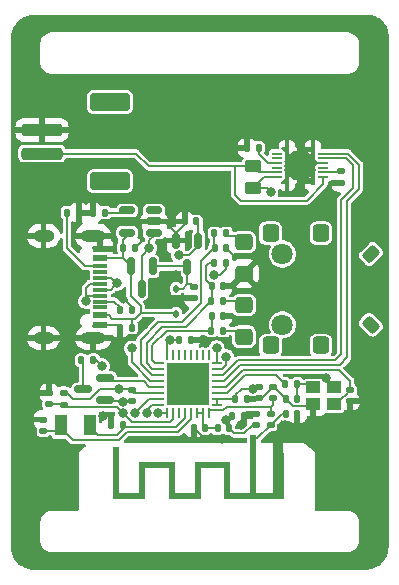
<source format=gbr>
%TF.GenerationSoftware,KiCad,Pcbnew,7.0.1*%
%TF.CreationDate,2024-01-11T23:21:17+00:00*%
%TF.ProjectId,Hardware,48617264-7761-4726-952e-6b696361645f,rev?*%
%TF.SameCoordinates,Original*%
%TF.FileFunction,Copper,L2,Bot*%
%TF.FilePolarity,Positive*%
%FSLAX46Y46*%
G04 Gerber Fmt 4.6, Leading zero omitted, Abs format (unit mm)*
G04 Created by KiCad (PCBNEW 7.0.1) date 2024-01-11 23:21:17*
%MOMM*%
%LPD*%
G01*
G04 APERTURE LIST*
G04 Aperture macros list*
%AMRoundRect*
0 Rectangle with rounded corners*
0 $1 Rounding radius*
0 $2 $3 $4 $5 $6 $7 $8 $9 X,Y pos of 4 corners*
0 Add a 4 corners polygon primitive as box body*
4,1,4,$2,$3,$4,$5,$6,$7,$8,$9,$2,$3,0*
0 Add four circle primitives for the rounded corners*
1,1,$1+$1,$2,$3*
1,1,$1+$1,$4,$5*
1,1,$1+$1,$6,$7*
1,1,$1+$1,$8,$9*
0 Add four rect primitives between the rounded corners*
20,1,$1+$1,$2,$3,$4,$5,0*
20,1,$1+$1,$4,$5,$6,$7,0*
20,1,$1+$1,$6,$7,$8,$9,0*
20,1,$1+$1,$8,$9,$2,$3,0*%
G04 Aperture macros list end*
%TA.AperFunction,ConnectorPad*%
%ADD10R,0.500000X1.000000*%
%TD*%
%TA.AperFunction,ConnectorPad*%
%ADD11R,0.500000X0.500000*%
%TD*%
%TA.AperFunction,ConnectorPad*%
%ADD12R,0.900000X1.000000*%
%TD*%
%TA.AperFunction,ComponentPad*%
%ADD13R,0.900000X0.500000*%
%TD*%
%TA.AperFunction,SMDPad,CuDef*%
%ADD14RoundRect,0.140000X-0.170000X0.140000X-0.170000X-0.140000X0.170000X-0.140000X0.170000X0.140000X0*%
%TD*%
%TA.AperFunction,SMDPad,CuDef*%
%ADD15RoundRect,0.140000X-0.140000X-0.170000X0.140000X-0.170000X0.140000X0.170000X-0.140000X0.170000X0*%
%TD*%
%TA.AperFunction,SMDPad,CuDef*%
%ADD16RoundRect,0.135000X-0.185000X0.135000X-0.185000X-0.135000X0.185000X-0.135000X0.185000X0.135000X0*%
%TD*%
%TA.AperFunction,SMDPad,CuDef*%
%ADD17RoundRect,0.150000X0.587500X0.150000X-0.587500X0.150000X-0.587500X-0.150000X0.587500X-0.150000X0*%
%TD*%
%TA.AperFunction,SMDPad,CuDef*%
%ADD18RoundRect,0.135000X-0.135000X-0.185000X0.135000X-0.185000X0.135000X0.185000X-0.135000X0.185000X0*%
%TD*%
%TA.AperFunction,SMDPad,CuDef*%
%ADD19RoundRect,0.150000X0.512500X0.150000X-0.512500X0.150000X-0.512500X-0.150000X0.512500X-0.150000X0*%
%TD*%
%TA.AperFunction,SMDPad,CuDef*%
%ADD20RoundRect,0.135000X0.135000X0.185000X-0.135000X0.185000X-0.135000X-0.185000X0.135000X-0.185000X0*%
%TD*%
%TA.AperFunction,SMDPad,CuDef*%
%ADD21R,1.000000X1.800000*%
%TD*%
%TA.AperFunction,SMDPad,CuDef*%
%ADD22RoundRect,0.062500X0.062500X-0.337500X0.062500X0.337500X-0.062500X0.337500X-0.062500X-0.337500X0*%
%TD*%
%TA.AperFunction,SMDPad,CuDef*%
%ADD23RoundRect,0.062500X0.337500X-0.062500X0.337500X0.062500X-0.337500X0.062500X-0.337500X-0.062500X0*%
%TD*%
%TA.AperFunction,ComponentPad*%
%ADD24C,0.500000*%
%TD*%
%TA.AperFunction,SMDPad,CuDef*%
%ADD25R,3.600000X3.600000*%
%TD*%
%TA.AperFunction,SMDPad,CuDef*%
%ADD26RoundRect,0.147500X0.147500X0.172500X-0.147500X0.172500X-0.147500X-0.172500X0.147500X-0.172500X0*%
%TD*%
%TA.AperFunction,SMDPad,CuDef*%
%ADD27R,1.240000X0.600000*%
%TD*%
%TA.AperFunction,SMDPad,CuDef*%
%ADD28R,1.240000X0.300000*%
%TD*%
%TA.AperFunction,ComponentPad*%
%ADD29O,1.800000X1.000000*%
%TD*%
%TA.AperFunction,ComponentPad*%
%ADD30O,2.100000X1.000000*%
%TD*%
%TA.AperFunction,SMDPad,CuDef*%
%ADD31RoundRect,0.250000X-1.500000X0.250000X-1.500000X-0.250000X1.500000X-0.250000X1.500000X0.250000X0*%
%TD*%
%TA.AperFunction,SMDPad,CuDef*%
%ADD32RoundRect,0.250001X-1.449999X0.499999X-1.449999X-0.499999X1.449999X-0.499999X1.449999X0.499999X0*%
%TD*%
%TA.AperFunction,SMDPad,CuDef*%
%ADD33RoundRect,0.250000X-0.450000X0.262500X-0.450000X-0.262500X0.450000X-0.262500X0.450000X0.262500X0*%
%TD*%
%TA.AperFunction,SMDPad,CuDef*%
%ADD34R,1.150000X1.000000*%
%TD*%
%TA.AperFunction,SMDPad,CuDef*%
%ADD35RoundRect,0.140000X0.170000X-0.140000X0.170000X0.140000X-0.170000X0.140000X-0.170000X-0.140000X0*%
%TD*%
%TA.AperFunction,SMDPad,CuDef*%
%ADD36R,0.200000X0.200000*%
%TD*%
%TA.AperFunction,SMDPad,CuDef*%
%ADD37O,0.850000X0.200000*%
%TD*%
%TA.AperFunction,SMDPad,CuDef*%
%ADD38R,0.400000X0.575000*%
%TD*%
%TA.AperFunction,SMDPad,CuDef*%
%ADD39R,0.400000X0.675000*%
%TD*%
%TA.AperFunction,ComponentPad*%
%ADD40C,0.600000*%
%TD*%
%TA.AperFunction,SMDPad,CuDef*%
%ADD41R,1.300000X0.975000*%
%TD*%
%TA.AperFunction,SMDPad,CuDef*%
%ADD42R,2.600000X1.950000*%
%TD*%
%TA.AperFunction,SMDPad,CuDef*%
%ADD43RoundRect,0.150000X-0.150000X0.512500X-0.150000X-0.512500X0.150000X-0.512500X0.150000X0.512500X0*%
%TD*%
%TA.AperFunction,SMDPad,CuDef*%
%ADD44RoundRect,0.140000X0.140000X0.170000X-0.140000X0.170000X-0.140000X-0.170000X0.140000X-0.170000X0*%
%TD*%
%TA.AperFunction,SMDPad,CuDef*%
%ADD45RoundRect,0.150000X-0.150000X0.587500X-0.150000X-0.587500X0.150000X-0.587500X0.150000X0.587500X0*%
%TD*%
%TA.AperFunction,SMDPad,CuDef*%
%ADD46RoundRect,0.147500X-0.172500X0.147500X-0.172500X-0.147500X0.172500X-0.147500X0.172500X0.147500X0*%
%TD*%
%TA.AperFunction,SMDPad,CuDef*%
%ADD47RoundRect,0.350000X0.350000X-0.400000X0.350000X0.400000X-0.350000X0.400000X-0.350000X-0.400000X0*%
%TD*%
%TA.AperFunction,WasherPad*%
%ADD48C,1.800000*%
%TD*%
%TA.AperFunction,SMDPad,CuDef*%
%ADD49RoundRect,0.250000X0.141421X-0.494975X0.494975X-0.141421X-0.141421X0.494975X-0.494975X0.141421X0*%
%TD*%
%TA.AperFunction,SMDPad,CuDef*%
%ADD50RoundRect,0.250000X0.494975X0.141421X0.141421X0.494975X-0.494975X-0.141421X-0.141421X-0.494975X0*%
%TD*%
%TA.AperFunction,SMDPad,CuDef*%
%ADD51RoundRect,0.350000X0.400000X-0.350000X0.400000X0.350000X-0.400000X0.350000X-0.400000X-0.350000X0*%
%TD*%
%TA.AperFunction,SMDPad,CuDef*%
%ADD52RoundRect,0.112500X-0.112500X0.187500X-0.112500X-0.187500X0.112500X-0.187500X0.112500X0.187500X0*%
%TD*%
%TA.AperFunction,ViaPad*%
%ADD53C,0.800000*%
%TD*%
%TA.AperFunction,Conductor*%
%ADD54C,0.200000*%
%TD*%
G04 APERTURE END LIST*
%TA.AperFunction,EtchedComponent*%
%TO.C,AE1*%
G36*
X123200000Y-75275000D02*
G01*
X124900000Y-75275000D01*
X124900000Y-72635000D01*
X127900000Y-72635000D01*
X127900000Y-75275000D01*
X129600000Y-75275000D01*
X129600000Y-72635000D01*
X132600000Y-72635000D01*
X132600000Y-75275000D01*
X134300000Y-75275000D01*
X134300000Y-71875000D01*
X134800000Y-71875000D01*
X134800000Y-75275000D01*
X136200000Y-75275000D01*
X136200000Y-71875000D01*
X137100000Y-71875000D01*
X137100000Y-75775000D01*
X132100000Y-75775000D01*
X132100000Y-73135000D01*
X130100000Y-73135000D01*
X130100000Y-75775000D01*
X127400000Y-75775000D01*
X127400000Y-73135000D01*
X125400000Y-73135000D01*
X125400000Y-75775000D01*
X122700000Y-75775000D01*
X122700000Y-71335000D01*
X123200000Y-71335000D01*
X123200000Y-75275000D01*
G37*
%TD.AperFunction*%
%TD*%
D10*
%TO.P,AE1,1,FEED*%
%TO.N,Net-(AE1-FEED)*%
X134550000Y-71375000D03*
D11*
X134550000Y-70625000D03*
D12*
%TO.P,AE1,2,PCB_Trace*%
%TO.N,GND*%
X136650000Y-71375000D03*
D13*
X136650000Y-70625000D03*
%TD*%
D14*
%TO.P,C14,1*%
%TO.N,Net-(U2-V_{DD})*%
X142000000Y-48020000D03*
%TO.P,C14,2*%
%TO.N,GND*%
X142000000Y-48980000D03*
%TD*%
D15*
%TO.P,C20,1*%
%TO.N,/ENC_A*%
X131020000Y-60250000D03*
%TO.P,C20,2*%
%TO.N,GND*%
X131980000Y-60250000D03*
%TD*%
D16*
%TO.P,R1,1*%
%TO.N,+3V3*%
X118500000Y-66740000D03*
%TO.P,R1,2*%
%TO.N,/~{RESET}*%
X118500000Y-67760000D03*
%TD*%
D15*
%TO.P,C15,1*%
%TO.N,VBUS*%
X123540000Y-54500000D03*
%TO.P,C15,2*%
%TO.N,GND*%
X124500000Y-54500000D03*
%TD*%
%TO.P,C12,1*%
%TO.N,+3V3*%
X133020000Y-67250000D03*
%TO.P,C12,2*%
%TO.N,GND*%
X133980000Y-67250000D03*
%TD*%
D17*
%TO.P,Q2,1,G*%
%TO.N,/LCD_BL*%
X122000000Y-65500000D03*
%TO.P,Q2,2,S*%
%TO.N,GND*%
X122000000Y-67400000D03*
%TO.P,Q2,3,D*%
%TO.N,Net-(Q2-D)*%
X120125000Y-66450000D03*
%TD*%
D18*
%TO.P,R12,1*%
%TO.N,/ENC_SW*%
X130990000Y-59000000D03*
%TO.P,R12,2*%
%TO.N,Net-(J4-Pin_2)*%
X132010000Y-59000000D03*
%TD*%
D15*
%TO.P,C19,1*%
%TO.N,Net-(AE1-FEED)*%
X137315000Y-68580000D03*
%TO.P,C19,2*%
%TO.N,GND*%
X138275000Y-68580000D03*
%TD*%
D18*
%TO.P,R10,1*%
%TO.N,GND*%
X123250000Y-61250000D03*
%TO.P,R10,2*%
%TO.N,VBUS*%
X124270000Y-61250000D03*
%TD*%
D19*
%TO.P,U3,1,~{CHRG}*%
%TO.N,unconnected-(U3-~{CHRG}-Pad1)*%
X126137500Y-51300000D03*
%TO.P,U3,2,GND*%
%TO.N,GND*%
X126137500Y-52250000D03*
%TO.P,U3,3,BAT*%
%TO.N,+BATT*%
X126137500Y-53200000D03*
%TO.P,U3,4,VCC*%
%TO.N,VBUS*%
X123862500Y-53200000D03*
%TO.P,U3,5,PROG*%
%TO.N,Net-(U3-PROG)*%
X123862500Y-51300000D03*
%TD*%
D18*
%TO.P,R11,1*%
%TO.N,/ENC_A*%
X130990000Y-61500000D03*
%TO.P,R11,2*%
%TO.N,Net-(J4-Pin_1)*%
X132010000Y-61500000D03*
%TD*%
D20*
%TO.P,R3,1*%
%TO.N,GND*%
X119760000Y-51500000D03*
%TO.P,R3,2*%
%TO.N,Net-(J1-CC2)*%
X118740000Y-51500000D03*
%TD*%
D21*
%TO.P,Y2,1,1*%
%TO.N,Net-(U1-XTAL_32K_N{slash}ADC1_CH1{slash}IO1)*%
X120750000Y-69500000D03*
%TO.P,Y2,2,2*%
%TO.N,Net-(U1-XTAL_32K_P{slash}ADC1_CH0{slash}IO0)*%
X118250000Y-69500000D03*
%TD*%
D15*
%TO.P,C5,1*%
%TO.N,+3V3*%
X132770000Y-68750000D03*
%TO.P,C5,2*%
%TO.N,GND*%
X133730000Y-68750000D03*
%TD*%
D22*
%TO.P,U1,1,LNA_IN*%
%TO.N,/LNA_IN*%
X130750000Y-68450000D03*
%TO.P,U1,2,VDD3P3*%
%TO.N,Net-(C8-Pad1)*%
X130250000Y-68450000D03*
%TO.P,U1,3,VDD3P3*%
X129750000Y-68450000D03*
%TO.P,U1,4,XTAL_32K_P/ADC1_CH0/IO0*%
%TO.N,Net-(U1-XTAL_32K_P{slash}ADC1_CH0{slash}IO0)*%
X129250000Y-68450000D03*
%TO.P,U1,5,XTAL_32K_N/ADC1_CH1/IO1*%
%TO.N,Net-(U1-XTAL_32K_N{slash}ADC1_CH1{slash}IO1)*%
X128750000Y-68450000D03*
%TO.P,U1,6,ADC1_CH2/IO2*%
%TO.N,unconnected-(U1-ADC1_CH2{slash}IO2-Pad6)*%
X128250000Y-68450000D03*
%TO.P,U1,7,CHIP_EN*%
%TO.N,/~{RESET}*%
X127750000Y-68450000D03*
%TO.P,U1,8,ADC1_CH3/IO3*%
%TO.N,/MOSI*%
X127250000Y-68450000D03*
D23*
%TO.P,U1,9,MTMS/ADC1_CH4/IO4*%
%TO.N,/SCK*%
X126550000Y-67750000D03*
%TO.P,U1,10,MTDI/ADC2_CH20/IO5*%
%TO.N,/LCD_CS*%
X126550000Y-67250000D03*
%TO.P,U1,11,VDD3P3_RTC*%
%TO.N,+3V3*%
X126550000Y-66750000D03*
%TO.P,U1,12,MTCK/IO6*%
%TO.N,/LCD_BL*%
X126550000Y-66250000D03*
%TO.P,U1,13,MTDO/IO7*%
%TO.N,/LCD_DC*%
X126550000Y-65750000D03*
%TO.P,U1,14,IO8*%
%TO.N,/ENC_B*%
X126550000Y-65250000D03*
%TO.P,U1,15,BOOT/IO9*%
%TO.N,/ENC_SW*%
X126550000Y-64750000D03*
%TO.P,U1,16,IO10*%
%TO.N,/ENC_A*%
X126550000Y-64250000D03*
D22*
%TO.P,U1,17,VDD3P3_CPU*%
%TO.N,+3V3*%
X127250000Y-63550000D03*
%TO.P,U1,18,VDD_SPI*%
%TO.N,unconnected-(U1-VDD_SPI-Pad18)*%
X127750000Y-63550000D03*
%TO.P,U1,19,NC*%
%TO.N,unconnected-(U1-NC-Pad19)*%
X128250000Y-63550000D03*
%TO.P,U1,20,NC*%
%TO.N,unconnected-(U1-NC-Pad20)*%
X128750000Y-63550000D03*
%TO.P,U1,21,NC*%
%TO.N,unconnected-(U1-NC-Pad21)*%
X129250000Y-63550000D03*
%TO.P,U1,22,NC*%
%TO.N,unconnected-(U1-NC-Pad22)*%
X129750000Y-63550000D03*
%TO.P,U1,23,NC*%
%TO.N,unconnected-(U1-NC-Pad23)*%
X130250000Y-63550000D03*
%TO.P,U1,24,NC*%
%TO.N,unconnected-(U1-NC-Pad24)*%
X130750000Y-63550000D03*
D23*
%TO.P,U1,25,USB_DN/IO18*%
%TO.N,/USB_DN*%
X131450000Y-64250000D03*
%TO.P,U1,26,USB_DP/IO19*%
%TO.N,/USB_DP*%
X131450000Y-64750000D03*
%TO.P,U1,27,U0RXD/IO20*%
%TO.N,/SCL*%
X131450000Y-65250000D03*
%TO.P,U1,28,U0TXD/IO21*%
%TO.N,/SDA*%
X131450000Y-65750000D03*
%TO.P,U1,29,XTAL_N*%
%TO.N,Net-(U1-XTAL_N)*%
X131450000Y-66250000D03*
%TO.P,U1,30,XTAL_P*%
%TO.N,Net-(U1-XTAL_P)*%
X131450000Y-66750000D03*
%TO.P,U1,31,VDDA*%
%TO.N,+3V3*%
X131450000Y-67250000D03*
%TO.P,U1,32,VDDA*%
X131450000Y-67750000D03*
D24*
%TO.P,U1,33,GND*%
%TO.N,GND*%
X128000000Y-67000000D03*
X129000000Y-67000000D03*
X130000000Y-67000000D03*
X128000000Y-66000000D03*
X129000000Y-66000000D03*
D25*
X129000000Y-66000000D03*
D24*
X130000000Y-66000000D03*
X128000000Y-65000000D03*
X129000000Y-65000000D03*
X130000000Y-65000000D03*
%TD*%
D26*
%TO.P,L1,1,1*%
%TO.N,+3V3*%
X132485000Y-69750000D03*
%TO.P,L1,2,2*%
%TO.N,Net-(C8-Pad1)*%
X131515000Y-69750000D03*
%TD*%
D18*
%TO.P,R4,1*%
%TO.N,Net-(J1-CC1)*%
X123240000Y-59750000D03*
%TO.P,R4,2*%
%TO.N,GND*%
X124260000Y-59750000D03*
%TD*%
D27*
%TO.P,J1,A1,GND*%
%TO.N,GND*%
X121581000Y-60985000D03*
%TO.P,J1,A4,VBUS*%
%TO.N,VBUS*%
X121581000Y-60185000D03*
D28*
%TO.P,J1,A5,CC1*%
%TO.N,Net-(J1-CC1)*%
X121581000Y-59035000D03*
%TO.P,J1,A6,D+*%
%TO.N,/USB_DP*%
X121581000Y-58035000D03*
%TO.P,J1,A7,D-*%
%TO.N,/USB_DN*%
X121581000Y-57535000D03*
%TO.P,J1,A8,SBU1*%
%TO.N,unconnected-(J1-SBU1-PadA8)*%
X121581000Y-56535000D03*
D27*
%TO.P,J1,A9,VBUS*%
%TO.N,VBUS*%
X121581000Y-55385000D03*
%TO.P,J1,A12,GND*%
%TO.N,GND*%
X121581000Y-54585000D03*
%TO.P,J1,B1,GND*%
X121581000Y-54585000D03*
%TO.P,J1,B4,VBUS*%
%TO.N,VBUS*%
X121581000Y-55385000D03*
D28*
%TO.P,J1,B5,CC2*%
%TO.N,Net-(J1-CC2)*%
X121581000Y-56035000D03*
%TO.P,J1,B6,D+*%
%TO.N,/USB_DP*%
X121581000Y-57035000D03*
%TO.P,J1,B7,D-*%
%TO.N,/USB_DN*%
X121581000Y-58535000D03*
%TO.P,J1,B8,SBU2*%
%TO.N,unconnected-(J1-SBU2-PadB8)*%
X121581000Y-59535000D03*
D27*
%TO.P,J1,B9,VBUS*%
%TO.N,VBUS*%
X121581000Y-60185000D03*
%TO.P,J1,B12,GND*%
%TO.N,GND*%
X121581000Y-60985000D03*
D29*
%TO.P,J1,S1,SHIELD*%
X116781000Y-62105000D03*
D30*
X120981000Y-62105000D03*
D29*
X116781000Y-53465000D03*
D30*
X120981000Y-53465000D03*
%TD*%
D31*
%TO.P,J2,1,Pin_1*%
%TO.N,GND*%
X116650000Y-44500000D03*
%TO.P,J2,2,Pin_2*%
%TO.N,Net-(J2-Pin_2)*%
X116650000Y-46500000D03*
D32*
%TO.P,J2,MP*%
%TO.N,N/C*%
X122400000Y-42150000D03*
X122400000Y-48850000D03*
%TD*%
D20*
%TO.P,R5,1*%
%TO.N,+3V3*%
X132260000Y-55750000D03*
%TO.P,R5,2*%
%TO.N,/ENC_SW*%
X131240000Y-55750000D03*
%TD*%
D33*
%TO.P,R6,1*%
%TO.N,Net-(J2-Pin_2)*%
X134500000Y-47587500D03*
%TO.P,R6,2*%
%TO.N,+BATT*%
X134500000Y-49412500D03*
%TD*%
D15*
%TO.P,C21,1*%
%TO.N,/ENC_SW*%
X131020000Y-57750000D03*
%TO.P,C21,2*%
%TO.N,GND*%
X131980000Y-57750000D03*
%TD*%
%TO.P,C1,1*%
%TO.N,GND*%
X137270000Y-67250000D03*
%TO.P,C1,2*%
%TO.N,Net-(C1-Pad2)*%
X138230000Y-67250000D03*
%TD*%
D34*
%TO.P,Y1,1,1*%
%TO.N,Net-(C1-Pad2)*%
X139625000Y-66300000D03*
%TO.P,Y1,2,2*%
%TO.N,GND*%
X141375000Y-66300000D03*
%TO.P,Y1,3,3*%
%TO.N,Net-(U1-XTAL_N)*%
X141375000Y-67700000D03*
%TO.P,Y1,4,4*%
%TO.N,GND*%
X139625000Y-67700000D03*
%TD*%
D14*
%TO.P,C3,1*%
%TO.N,GND*%
X116750000Y-69020000D03*
%TO.P,C3,2*%
%TO.N,Net-(U1-XTAL_32K_P{slash}ADC1_CH0{slash}IO0)*%
X116750000Y-69980000D03*
%TD*%
%TO.P,C11,1*%
%TO.N,+3V3*%
X135000000Y-66270000D03*
%TO.P,C11,2*%
%TO.N,GND*%
X135000000Y-67230000D03*
%TD*%
D35*
%TO.P,C13,1*%
%TO.N,/LNA_IN*%
X136250000Y-67230000D03*
%TO.P,C13,2*%
%TO.N,GND*%
X136250000Y-66270000D03*
%TD*%
D20*
%TO.P,R9,1*%
%TO.N,/LCD_BL_K*%
X121010000Y-64000000D03*
%TO.P,R9,2*%
%TO.N,Net-(Q2-D)*%
X119990000Y-64000000D03*
%TD*%
D14*
%TO.P,C16,1*%
%TO.N,Net-(D1-K)*%
X129500000Y-57770000D03*
%TO.P,C16,2*%
%TO.N,GND*%
X129500000Y-58730000D03*
%TD*%
D36*
%TO.P,U2,1,SDA*%
%TO.N,/SDA*%
X140800000Y-46500000D03*
D37*
X140475000Y-46500000D03*
D36*
%TO.P,U2,2,SCL*%
%TO.N,/SCL*%
X140800000Y-46900000D03*
D37*
X140475000Y-46900000D03*
D36*
%TO.P,U2,3,V_{SS}*%
%TO.N,GND*%
X140800000Y-47300000D03*
D37*
X140475000Y-47300000D03*
D36*
%TO.P,U2,4,NC*%
%TO.N,unconnected-(U2-NC-Pad4)*%
X140800000Y-47700000D03*
D37*
X140475000Y-47700000D03*
D36*
%TO.P,U2,5,V_{DD}*%
%TO.N,Net-(U2-V_{DD})*%
X140800000Y-48100000D03*
D37*
X140475000Y-48100000D03*
D36*
%TO.P,U2,6,BAT*%
%TO.N,Net-(J2-Pin_2)*%
X140800000Y-48500000D03*
D37*
X140475000Y-48500000D03*
%TO.P,U2,7,SRN*%
%TO.N,+BATT*%
X136525000Y-48500000D03*
D36*
X136200000Y-48500000D03*
D37*
%TO.P,U2,8,SRP*%
%TO.N,Net-(J2-Pin_2)*%
X136525000Y-48100000D03*
D36*
X136200000Y-48100000D03*
D37*
%TO.P,U2,9,NC*%
%TO.N,unconnected-(U2-NC-Pad9)*%
X136525000Y-47700000D03*
D36*
X136200000Y-47700000D03*
D37*
%TO.P,U2,10,BIN*%
%TO.N,Net-(U2-BIN)*%
X136525000Y-47300000D03*
D36*
X136200000Y-47300000D03*
D37*
%TO.P,U2,11,NC*%
%TO.N,unconnected-(U2-NC-Pad11)*%
X136525000Y-46900000D03*
D36*
X136200000Y-46900000D03*
D37*
%TO.P,U2,12,GPOUT*%
%TO.N,unconnected-(U2-GPOUT-Pad12)*%
X136525000Y-46500000D03*
D36*
X136200000Y-46500000D03*
D38*
%TO.P,U2,13,PAD*%
%TO.N,GND*%
X139600000Y-48865000D03*
D39*
X139600000Y-48812500D03*
X139600000Y-46187500D03*
D38*
X139600000Y-46135000D03*
D40*
X139400000Y-48000000D03*
X139400000Y-47000000D03*
D41*
X139150000Y-47987500D03*
X139150000Y-47012500D03*
D40*
X138500000Y-48000000D03*
D42*
X138500000Y-47500000D03*
D40*
X138500000Y-47000000D03*
D41*
X137850000Y-47987500D03*
X137850000Y-47012500D03*
D40*
X137600000Y-48000000D03*
X137600000Y-47000000D03*
D38*
X137400000Y-48865000D03*
D39*
X137400000Y-48812500D03*
X137400000Y-46187500D03*
D38*
X137400000Y-46135000D03*
%TD*%
D43*
%TO.P,U4,1,GND*%
%TO.N,GND*%
X128000000Y-53862500D03*
%TO.P,U4,2,VO*%
%TO.N,+3V3*%
X129900000Y-53862500D03*
%TO.P,U4,3,VI*%
%TO.N,Net-(D1-K)*%
X128950000Y-56137500D03*
%TD*%
D15*
%TO.P,C22,1*%
%TO.N,/ENC_B*%
X131270000Y-54500000D03*
%TO.P,C22,2*%
%TO.N,GND*%
X132230000Y-54500000D03*
%TD*%
D20*
%TO.P,R7,1*%
%TO.N,Net-(U2-BIN)*%
X135010000Y-46000000D03*
%TO.P,R7,2*%
%TO.N,GND*%
X133990000Y-46000000D03*
%TD*%
D44*
%TO.P,C4,1*%
%TO.N,Net-(U1-XTAL_32K_N{slash}ADC1_CH1{slash}IO1)*%
X123480000Y-69500000D03*
%TO.P,C4,2*%
%TO.N,GND*%
X122520000Y-69500000D03*
%TD*%
D45*
%TO.P,Q1,1,G*%
%TO.N,VBUS*%
X124145000Y-56062500D03*
%TO.P,Q1,2,S*%
%TO.N,Net-(D1-K)*%
X126045000Y-56062500D03*
%TO.P,Q1,3,D*%
%TO.N,+BATT*%
X125095000Y-57937500D03*
%TD*%
D18*
%TO.P,R13,1*%
%TO.N,/ENC_B*%
X131240000Y-53250000D03*
%TO.P,R13,2*%
%TO.N,Net-(J4-Pin_4)*%
X132260000Y-53250000D03*
%TD*%
D35*
%TO.P,C6,1*%
%TO.N,/~{RESET}*%
X117250000Y-67730000D03*
%TO.P,C6,2*%
%TO.N,GND*%
X117250000Y-66770000D03*
%TD*%
D46*
%TO.P,L2,1,1*%
%TO.N,/LNA_IN*%
X136000000Y-68515000D03*
%TO.P,L2,2,2*%
%TO.N,Net-(AE1-FEED)*%
X136000000Y-69485000D03*
%TD*%
D47*
%TO.P,J4,*%
%TO.N,*%
X136000000Y-62750000D03*
X140250000Y-62750000D03*
D48*
X137000000Y-61000000D03*
D49*
X144500000Y-61000000D03*
D48*
X137000000Y-55000000D03*
D50*
X144500000Y-55000000D03*
D47*
X136000000Y-53250000D03*
X140250000Y-53250000D03*
D51*
%TO.P,J4,1,Pin_1*%
%TO.N,Net-(J4-Pin_1)*%
X133750000Y-62000000D03*
%TO.P,J4,2,Pin_2*%
%TO.N,Net-(J4-Pin_2)*%
X133750000Y-59333334D03*
%TO.P,J4,3,Pin_3*%
%TO.N,GND*%
X133750000Y-56666668D03*
%TO.P,J4,4,Pin_4*%
%TO.N,Net-(J4-Pin_4)*%
X133750000Y-54000000D03*
%TD*%
D15*
%TO.P,C10,1*%
%TO.N,+3V3*%
X128270000Y-62250000D03*
%TO.P,C10,2*%
%TO.N,GND*%
X129230000Y-62250000D03*
%TD*%
D35*
%TO.P,C7,1*%
%TO.N,+3V3*%
X134750000Y-69480000D03*
%TO.P,C7,2*%
%TO.N,GND*%
X134750000Y-68520000D03*
%TD*%
D20*
%TO.P,R2,1*%
%TO.N,Net-(C1-Pad2)*%
X138260000Y-66000000D03*
%TO.P,R2,2*%
%TO.N,Net-(U1-XTAL_P)*%
X137240000Y-66000000D03*
%TD*%
D14*
%TO.P,C2,1*%
%TO.N,Net-(U1-XTAL_N)*%
X142750000Y-66520000D03*
%TO.P,C2,2*%
%TO.N,GND*%
X142750000Y-67480000D03*
%TD*%
D44*
%TO.P,C8,1*%
%TO.N,Net-(C8-Pad1)*%
X130480000Y-69750000D03*
%TO.P,C8,2*%
%TO.N,GND*%
X129520000Y-69750000D03*
%TD*%
D14*
%TO.P,C9,1*%
%TO.N,+3V3*%
X124250000Y-66520000D03*
%TO.P,C9,2*%
%TO.N,GND*%
X124250000Y-67480000D03*
%TD*%
D44*
%TO.P,C17,1*%
%TO.N,+3V3*%
X129730000Y-52250000D03*
%TO.P,C17,2*%
%TO.N,GND*%
X128770000Y-52250000D03*
%TD*%
D18*
%TO.P,R8,1*%
%TO.N,GND*%
X120990000Y-51500000D03*
%TO.P,R8,2*%
%TO.N,Net-(U3-PROG)*%
X122010000Y-51500000D03*
%TD*%
D52*
%TO.P,D1,1,K*%
%TO.N,Net-(D1-K)*%
X128000000Y-57950000D03*
%TO.P,D1,2,A*%
%TO.N,VBUS*%
X128000000Y-60050000D03*
%TD*%
D53*
%TO.N,GND*%
X138250000Y-70250000D03*
X115000000Y-68250000D03*
X115000000Y-55750000D03*
X141000000Y-50250000D03*
X125750000Y-59250000D03*
X140718750Y-65499500D03*
X118250000Y-65250000D03*
X127000000Y-57000000D03*
X127500000Y-41500000D03*
X124000000Y-65000000D03*
X125250000Y-61000000D03*
X137000000Y-58000000D03*
X134250000Y-52250000D03*
X138000000Y-63000000D03*
X122812826Y-63124347D03*
X135000000Y-55250000D03*
X114750000Y-73750000D03*
X122250000Y-44750000D03*
X119500000Y-59750000D03*
X145250000Y-73500000D03*
X144500000Y-44500000D03*
X140500000Y-75500000D03*
X145000000Y-59250000D03*
X133500000Y-69500000D03*
X115500000Y-42000000D03*
X119000000Y-75500000D03*
X137250000Y-69500000D03*
X138250000Y-49750000D03*
X123500000Y-67500000D03*
X143500000Y-64250000D03*
X123250000Y-58500000D03*
X144000000Y-52750000D03*
X115250000Y-50750000D03*
X143750000Y-69250000D03*
X131855684Y-70644089D03*
X119750000Y-47750000D03*
X115000000Y-60000000D03*
X128000000Y-56762000D03*
X136000000Y-45500000D03*
X121849502Y-68750000D03*
X118750000Y-56500000D03*
%TO.N,/USB_DP*%
X123000000Y-57500000D03*
X132241349Y-63705560D03*
%TO.N,/USB_DN*%
X131444931Y-62950908D03*
X120361498Y-59000000D03*
%TO.N,+3V3*%
X123200000Y-66449500D03*
X132198592Y-69057292D03*
X131222535Y-56777465D03*
X134522490Y-66417468D03*
X127500000Y-62250000D03*
X128247933Y-55118075D03*
%TO.N,/~{RESET}*%
X123500000Y-68500000D03*
%TO.N,/SCK*%
X125500000Y-68500000D03*
%TO.N,/MOSI*%
X126500000Y-68500000D03*
%TO.N,+BATT*%
X136000000Y-49750000D03*
X125750000Y-54500000D03*
%TO.N,/LCD_CS*%
X124500000Y-68500000D03*
%TO.N,/LCD_DC*%
X124250000Y-63000000D03*
%TO.N,/LCD_BL_K*%
X121750000Y-64500000D03*
%TD*%
D54*
%TO.N,Net-(U1-XTAL_32K_P{slash}ADC1_CH0{slash}IO0)*%
X118250000Y-69750000D02*
X119250000Y-70750000D01*
X116750000Y-69980000D02*
X118480000Y-69980000D01*
%TO.N,Net-(J2-Pin_2)*%
X125692500Y-47587500D02*
X134500000Y-47587500D01*
X116150000Y-46500000D02*
X124605000Y-46500000D01*
X124605000Y-46500000D02*
X125692500Y-47587500D01*
%TO.N,GND*%
X135000000Y-67230000D02*
X135290000Y-67230000D01*
X139700000Y-47300000D02*
X139400000Y-47000000D01*
X137235000Y-69485000D02*
X137250000Y-69500000D01*
X125250000Y-52250000D02*
X126137500Y-52250000D01*
X137270000Y-67250000D02*
X137880000Y-67860000D01*
X139465000Y-67860000D02*
X139625000Y-67700000D01*
X130414089Y-70644089D02*
X129520000Y-69750000D01*
X122000000Y-67400000D02*
X122080000Y-67480000D01*
X131855684Y-70644089D02*
X129394089Y-70644089D01*
X123500000Y-67500000D02*
X123520000Y-67480000D01*
X128000000Y-53250000D02*
X128000000Y-53862500D01*
X124260000Y-59750000D02*
X124260000Y-59510000D01*
X124500000Y-54500000D02*
X125000000Y-54000000D01*
X137880000Y-67860000D02*
X139465000Y-67860000D01*
X122080000Y-67480000D02*
X123480000Y-67480000D01*
X128000000Y-53250000D02*
X128770000Y-52480000D01*
X125000000Y-52500000D02*
X125250000Y-52250000D01*
X135290000Y-67230000D02*
X136250000Y-66270000D01*
X135000000Y-67230000D02*
X134000000Y-67230000D01*
X134000000Y-67230000D02*
X133980000Y-67250000D01*
X136290000Y-66270000D02*
X137270000Y-67250000D01*
X140475000Y-47300000D02*
X139700000Y-47300000D01*
X129394089Y-70644089D02*
X129250000Y-70500000D01*
X122985000Y-60985000D02*
X123250000Y-61250000D01*
X125000000Y-54000000D02*
X125000000Y-52500000D01*
X127000000Y-52250000D02*
X128000000Y-53250000D01*
X136250000Y-66270000D02*
X136290000Y-66270000D01*
X132230000Y-54500000D02*
X132980000Y-55250000D01*
X131855684Y-70644089D02*
X130414089Y-70644089D01*
X123480000Y-67480000D02*
X123500000Y-67500000D01*
X128770000Y-52480000D02*
X128770000Y-52250000D01*
X121581000Y-60985000D02*
X122985000Y-60985000D01*
X126137500Y-52250000D02*
X127000000Y-52250000D01*
X132980000Y-55250000D02*
X135000000Y-55250000D01*
X124260000Y-59510000D02*
X123250000Y-58500000D01*
X123520000Y-67480000D02*
X124250000Y-67480000D01*
%TO.N,VBUS*%
X122616000Y-60500000D02*
X124250000Y-60500000D01*
X125000000Y-60000000D02*
X124500000Y-60500000D01*
X127950000Y-60000000D02*
X128000000Y-60050000D01*
X124270000Y-60520000D02*
X124250000Y-60500000D01*
X125000000Y-60000000D02*
X125000000Y-59387500D01*
X124145000Y-58532500D02*
X124145000Y-55780000D01*
X121581000Y-60185000D02*
X122301000Y-60185000D01*
X123467500Y-54572500D02*
X123540000Y-54500000D01*
X124250000Y-60500000D02*
X124500000Y-60500000D01*
X123467500Y-55000000D02*
X123467500Y-53845000D01*
X125000000Y-60000000D02*
X127950000Y-60000000D01*
X121581000Y-55385000D02*
X123467500Y-55385000D01*
X125000000Y-59387500D02*
X124145000Y-58532500D01*
X122301000Y-60185000D02*
X122616000Y-60500000D01*
X124270000Y-61250000D02*
X124270000Y-60520000D01*
X123467500Y-55385000D02*
X124145000Y-56062500D01*
X123467500Y-55000000D02*
X123467500Y-54572500D01*
X123467500Y-55385000D02*
X123467500Y-55000000D01*
X123467500Y-53845000D02*
X123862500Y-53450000D01*
%TO.N,Net-(J1-CC1)*%
X122785000Y-59035000D02*
X121581000Y-59035000D01*
X123240000Y-59490000D02*
X122785000Y-59035000D01*
%TO.N,/USB_DP*%
X122750000Y-57750000D02*
X122465000Y-58035000D01*
X122465000Y-58035000D02*
X121581000Y-58035000D01*
X132241349Y-64371303D02*
X131862652Y-64750000D01*
X123000000Y-57500000D02*
X122750000Y-57750000D01*
X121581000Y-57035000D02*
X122535000Y-57035000D01*
X122750000Y-57250000D02*
X123000000Y-57500000D01*
X122535000Y-57035000D02*
X122750000Y-57250000D01*
X132241349Y-63705560D02*
X132241349Y-64371303D01*
X131862652Y-64750000D02*
X131450000Y-64750000D01*
%TO.N,/USB_DN*%
X120361498Y-59000000D02*
X120361498Y-58535000D01*
X131444931Y-62950908D02*
X131500000Y-63005977D01*
X120361498Y-58535000D02*
X121581000Y-58535000D01*
X120361498Y-57888502D02*
X120715000Y-57535000D01*
X120715000Y-57535000D02*
X121581000Y-57535000D01*
X131500000Y-63005977D02*
X131500000Y-64200000D01*
X120361498Y-59000000D02*
X120361498Y-57888502D01*
X131500000Y-64200000D02*
X131450000Y-64250000D01*
%TO.N,Net-(J1-CC2)*%
X118740000Y-51500000D02*
X118740000Y-54490000D01*
X118740000Y-54490000D02*
X120285000Y-56035000D01*
X120285000Y-56035000D02*
X121581000Y-56035000D01*
%TO.N,+3V3*%
X119250000Y-67250000D02*
X118740000Y-66740000D01*
X123200000Y-66449500D02*
X121550500Y-66449500D01*
X124480000Y-66750000D02*
X126550000Y-66750000D01*
X132198592Y-69057292D02*
X132220884Y-69035000D01*
X128247933Y-55118075D02*
X129131925Y-55118075D01*
X129900000Y-52420000D02*
X129730000Y-52250000D01*
X128270000Y-62250000D02*
X127500000Y-62250000D01*
X131750000Y-56750000D02*
X131250000Y-56750000D01*
X134522490Y-66417468D02*
X134669958Y-66270000D01*
X134669958Y-66270000D02*
X135000000Y-66270000D01*
X131450000Y-67250000D02*
X133020000Y-67250000D01*
X134510000Y-69480000D02*
X134750000Y-69480000D01*
X133582532Y-66417468D02*
X133020000Y-66980000D01*
X132485000Y-69750000D02*
X132935000Y-70200000D01*
X132485000Y-69035000D02*
X132770000Y-68750000D01*
X129900000Y-53862500D02*
X129900000Y-52420000D01*
X131250000Y-56750000D02*
X131222535Y-56777465D01*
X127250000Y-62500000D02*
X127500000Y-62250000D01*
X132260000Y-55750000D02*
X132260000Y-56240000D01*
X134522490Y-66417468D02*
X133582532Y-66417468D01*
X124179500Y-66449500D02*
X124480000Y-66750000D01*
X132935000Y-70200000D02*
X133790000Y-70200000D01*
X123200000Y-66449500D02*
X124179500Y-66449500D01*
X118740000Y-66740000D02*
X118500000Y-66740000D01*
X132485000Y-69750000D02*
X132485000Y-69035000D01*
X120750000Y-67250000D02*
X119250000Y-67250000D01*
X129131925Y-55118075D02*
X129900000Y-54350000D01*
X131450000Y-67750000D02*
X131450000Y-67250000D01*
X127250000Y-63550000D02*
X127250000Y-62500000D01*
X121550500Y-66449500D02*
X120750000Y-67250000D01*
X129900000Y-54350000D02*
X129900000Y-53862500D01*
X132220884Y-69035000D02*
X132485000Y-69035000D01*
X132260000Y-56240000D02*
X131750000Y-56750000D01*
X133020000Y-66980000D02*
X133020000Y-67250000D01*
X133790000Y-70200000D02*
X134510000Y-69480000D01*
%TO.N,/~{RESET}*%
X123250000Y-68250000D02*
X123000000Y-68000000D01*
X118470000Y-67730000D02*
X118500000Y-67760000D01*
X123500000Y-68500000D02*
X123250000Y-68250000D01*
X127750000Y-69000000D02*
X127500000Y-69250000D01*
X127500000Y-69250000D02*
X124250000Y-69250000D01*
X123000000Y-68000000D02*
X118750000Y-68000000D01*
X124250000Y-69250000D02*
X123250000Y-68250000D01*
X117250000Y-67730000D02*
X118470000Y-67730000D01*
X127750000Y-68450000D02*
X127750000Y-69000000D01*
%TO.N,/SCK*%
X126550000Y-67750000D02*
X126000000Y-67750000D01*
X125500000Y-68250000D02*
X125500000Y-68500000D01*
X126000000Y-67750000D02*
X125500000Y-68250000D01*
%TO.N,/MOSI*%
X126550000Y-68450000D02*
X126500000Y-68500000D01*
X127250000Y-68450000D02*
X126550000Y-68450000D01*
%TO.N,Net-(D1-K)*%
X128950000Y-56137500D02*
X128950000Y-57550000D01*
X126045000Y-56062500D02*
X128875000Y-56062500D01*
X128950000Y-57550000D02*
X128550000Y-57950000D01*
X128875000Y-56062500D02*
X128950000Y-56137500D01*
X128550000Y-57950000D02*
X128000000Y-57950000D01*
X128950000Y-57550000D02*
X129280000Y-57550000D01*
X129280000Y-57550000D02*
X129500000Y-57770000D01*
%TO.N,+BATT*%
X125095000Y-55155000D02*
X125095000Y-57937500D01*
X125750000Y-54500000D02*
X125095000Y-55155000D01*
X134500000Y-49412500D02*
X135412500Y-48500000D01*
X125750000Y-54500000D02*
X125750000Y-53837500D01*
X125750000Y-53837500D02*
X126137500Y-53450000D01*
X134500000Y-49412500D02*
X135662500Y-49412500D01*
X135412500Y-48500000D02*
X136525000Y-48500000D01*
X135662500Y-49412500D02*
X136000000Y-49750000D01*
%TO.N,Net-(C8-Pad1)*%
X130250000Y-68450000D02*
X129750000Y-68450000D01*
X130250000Y-69520000D02*
X130480000Y-69750000D01*
X130480000Y-69750000D02*
X131515000Y-69750000D01*
X130250000Y-68450000D02*
X130250000Y-69520000D01*
%TO.N,Net-(U1-XTAL_32K_P{slash}ADC1_CH0{slash}IO0)*%
X123165686Y-70750000D02*
X123865686Y-70050000D01*
X123865686Y-70050000D02*
X128200000Y-70050000D01*
X119250000Y-70750000D02*
X123165686Y-70750000D01*
X128200000Y-70050000D02*
X129250000Y-69000000D01*
X129250000Y-69000000D02*
X129250000Y-68450000D01*
%TO.N,Net-(U1-XTAL_32K_N{slash}ADC1_CH1{slash}IO1)*%
X128750000Y-68862652D02*
X127962652Y-69650000D01*
X121350000Y-70350000D02*
X123000000Y-70350000D01*
X123700000Y-69650000D02*
X123000000Y-70350000D01*
X124200000Y-69650000D02*
X123700000Y-69650000D01*
X127962652Y-69650000D02*
X124200000Y-69650000D01*
X120750000Y-69750000D02*
X121350000Y-70350000D01*
X128750000Y-68450000D02*
X128750000Y-68862652D01*
X120750000Y-69500000D02*
X120750000Y-69750000D01*
%TO.N,Net-(U1-XTAL_N)*%
X142750000Y-66520000D02*
X142270000Y-67000000D01*
X131450000Y-66250000D02*
X132250000Y-66250000D01*
X132250000Y-66250000D02*
X133700000Y-64800000D01*
X141800000Y-64800000D02*
X142750000Y-65750000D01*
X133700000Y-64800000D02*
X141800000Y-64800000D01*
X142250000Y-67000000D02*
X141550000Y-67700000D01*
X141550000Y-67700000D02*
X141375000Y-67700000D01*
X142750000Y-65750000D02*
X142750000Y-66520000D01*
X142270000Y-67000000D02*
X142250000Y-67000000D01*
%TO.N,Net-(U1-XTAL_P)*%
X131450000Y-66750000D02*
X132315686Y-66750000D01*
X132315686Y-66750000D02*
X133815686Y-65250000D01*
X133815686Y-65250000D02*
X136490000Y-65250000D01*
X136490000Y-65250000D02*
X137240000Y-66000000D01*
%TO.N,/SDA*%
X143500000Y-47434314D02*
X142565686Y-46500000D01*
X143500000Y-49500000D02*
X143500000Y-47434314D01*
X142500000Y-50500000D02*
X143500000Y-49500000D01*
X142565686Y-46500000D02*
X140800000Y-46500000D01*
X132065686Y-65750000D02*
X133415686Y-64400000D01*
X133415686Y-64400000D02*
X141850000Y-64400000D01*
X142500000Y-63750000D02*
X142500000Y-50500000D01*
X141850000Y-64400000D02*
X142500000Y-63750000D01*
X131450000Y-65750000D02*
X132065686Y-65750000D01*
%TO.N,/SCL*%
X143000000Y-49412254D02*
X143000000Y-47500000D01*
X142400000Y-46900000D02*
X140475000Y-46900000D01*
X141500000Y-64000000D02*
X142000000Y-63500000D01*
X142000000Y-50412254D02*
X143000000Y-49412254D01*
X132000000Y-65250000D02*
X133250000Y-64000000D01*
X143000000Y-47500000D02*
X142400000Y-46900000D01*
X131450000Y-65250000D02*
X132000000Y-65250000D01*
X133250000Y-64000000D02*
X141500000Y-64000000D01*
X142000000Y-63500000D02*
X142000000Y-50412254D01*
%TO.N,Net-(U2-V_{DD})*%
X140475000Y-48100000D02*
X141920000Y-48100000D01*
X141920000Y-48100000D02*
X142000000Y-48020000D01*
%TO.N,Net-(J2-Pin_2)*%
X133000000Y-50000000D02*
X133000000Y-47587500D01*
X134500000Y-47587500D02*
X135012500Y-48100000D01*
X133000000Y-47587500D02*
X134500000Y-47587500D01*
X140475000Y-49077500D02*
X139052500Y-50500000D01*
X135012500Y-48100000D02*
X136525000Y-48100000D01*
X139052500Y-50500000D02*
X133500000Y-50500000D01*
X133500000Y-50500000D02*
X133000000Y-50000000D01*
X140475000Y-48500000D02*
X140475000Y-49077500D01*
%TO.N,Net-(U2-BIN)*%
X136525000Y-47300000D02*
X135800000Y-47300000D01*
X135800000Y-47300000D02*
X135010000Y-46510000D01*
X135010000Y-46510000D02*
X135010000Y-46000000D01*
%TO.N,Net-(U3-PROG)*%
X122010000Y-51500000D02*
X123812500Y-51500000D01*
%TO.N,Net-(C1-Pad2)*%
X138260000Y-66000000D02*
X139325000Y-66000000D01*
X138230000Y-66030000D02*
X138260000Y-66000000D01*
X139325000Y-66000000D02*
X139625000Y-66300000D01*
X138230000Y-67250000D02*
X138230000Y-66030000D01*
%TO.N,/LCD_CS*%
X124500000Y-68500000D02*
X124500000Y-68432254D01*
X124500000Y-68432254D02*
X125682254Y-67250000D01*
X125682254Y-67250000D02*
X126550000Y-67250000D01*
%TO.N,/LCD_DC*%
X124250000Y-63000000D02*
X124250000Y-64184314D01*
X125815686Y-65750000D02*
X126550000Y-65750000D01*
X124250000Y-64184314D02*
X125815686Y-65750000D01*
%TO.N,/LCD_BL*%
X122500000Y-65750000D02*
X122250000Y-65500000D01*
X125750000Y-66250000D02*
X125250000Y-65750000D01*
X125250000Y-65750000D02*
X122500000Y-65750000D01*
X126550000Y-66250000D02*
X125750000Y-66250000D01*
%TO.N,/ENC_SW*%
X128850000Y-61150000D02*
X126850000Y-61150000D01*
X130750000Y-55750000D02*
X131240000Y-55750000D01*
X125500000Y-62500000D02*
X125500000Y-64250000D01*
X130990000Y-59010000D02*
X128850000Y-61150000D01*
X126850000Y-61150000D02*
X125500000Y-62500000D01*
X125500000Y-64250000D02*
X126000000Y-64750000D01*
X126000000Y-64750000D02*
X126550000Y-64750000D01*
X131020000Y-58970000D02*
X130990000Y-59000000D01*
X131020000Y-57750000D02*
X130510000Y-57240000D01*
X130510000Y-55990000D02*
X130750000Y-55750000D01*
X131020000Y-57750000D02*
X131020000Y-58970000D01*
X130510000Y-57240000D02*
X130510000Y-55990000D01*
X130990000Y-59000000D02*
X130990000Y-59010000D01*
%TO.N,/ENC_A*%
X131020000Y-61470000D02*
X130990000Y-61500000D01*
X130940000Y-61550000D02*
X130990000Y-61500000D01*
X126250000Y-64250000D02*
X126000000Y-64000000D01*
X127200000Y-61550000D02*
X130940000Y-61550000D01*
X131020000Y-60250000D02*
X131020000Y-61470000D01*
X126000000Y-62750000D02*
X127200000Y-61550000D01*
X126550000Y-64250000D02*
X126250000Y-64250000D01*
X126000000Y-64000000D02*
X126000000Y-62750000D01*
%TO.N,/ENC_B*%
X125934314Y-65250000D02*
X125000000Y-64315686D01*
X125000000Y-62250000D02*
X126500000Y-60750000D01*
X130110000Y-55640000D02*
X131240000Y-54510000D01*
X128500000Y-60750000D02*
X130110000Y-59140000D01*
X125000000Y-64315686D02*
X125000000Y-62250000D01*
X126500000Y-60750000D02*
X128500000Y-60750000D01*
X126550000Y-65250000D02*
X125934314Y-65250000D01*
X130110000Y-59140000D02*
X130110000Y-55640000D01*
X131240000Y-54510000D02*
X131240000Y-53500000D01*
%TO.N,/LCD_BL_K*%
X121010000Y-64000000D02*
X121250000Y-64000000D01*
X121250000Y-64000000D02*
X121750000Y-64500000D01*
%TO.N,Net-(Q2-D)*%
X120125000Y-66450000D02*
X120125000Y-64135000D01*
X120125000Y-64135000D02*
X119990000Y-64000000D01*
%TO.N,/LNA_IN*%
X130750000Y-68450000D02*
X130750000Y-68250000D01*
X136060000Y-67940000D02*
X136000000Y-68000000D01*
X130750000Y-68250000D02*
X132000000Y-68250000D01*
X132000000Y-68250000D02*
X132310000Y-67940000D01*
X136000000Y-68000000D02*
X136000000Y-68515000D01*
X136060000Y-67940000D02*
X136250000Y-67750000D01*
X136250000Y-67750000D02*
X136250000Y-67230000D01*
X132310000Y-67940000D02*
X136060000Y-67940000D01*
%TO.N,Net-(AE1-FEED)*%
X136000000Y-69485000D02*
X134860000Y-70625000D01*
X136945000Y-68540000D02*
X137250000Y-68540000D01*
X136000000Y-69485000D02*
X136945000Y-68540000D01*
X134860000Y-70625000D02*
X134550000Y-70625000D01*
%TO.N,Net-(J4-Pin_1)*%
X133250000Y-61500000D02*
X133750000Y-62000000D01*
X132010000Y-61500000D02*
X133250000Y-61500000D01*
%TO.N,Net-(J4-Pin_2)*%
X132010000Y-59000000D02*
X133416666Y-59000000D01*
X133416666Y-59000000D02*
X133750000Y-59333334D01*
%TO.N,Net-(J4-Pin_4)*%
X133250000Y-53500000D02*
X133750000Y-54000000D01*
X132260000Y-53500000D02*
X133250000Y-53500000D01*
%TD*%
%TA.AperFunction,Conductor*%
%TO.N,GND*%
G36*
X129708000Y-69516613D02*
G01*
X129753387Y-69562000D01*
X129770000Y-69624000D01*
X129770000Y-70554504D01*
X129916196Y-70512031D01*
X130055378Y-70429718D01*
X130148333Y-70336763D01*
X130197697Y-70306512D01*
X130255411Y-70301970D01*
X130309265Y-70310500D01*
X130650734Y-70310499D01*
X130650737Y-70310499D01*
X130719314Y-70299637D01*
X130742175Y-70296017D01*
X130852391Y-70239859D01*
X130899516Y-70192733D01*
X130955101Y-70160641D01*
X131019289Y-70160641D01*
X131074877Y-70192734D01*
X131130645Y-70248502D01*
X131130647Y-70248503D01*
X131242976Y-70305739D01*
X131273032Y-70310499D01*
X131336177Y-70320500D01*
X131693822Y-70320499D01*
X131787022Y-70305739D01*
X131899355Y-70248502D01*
X131912319Y-70235537D01*
X131967906Y-70203444D01*
X132032094Y-70203444D01*
X132087681Y-70235538D01*
X132100645Y-70248502D01*
X132212976Y-70305739D01*
X132243032Y-70310499D01*
X132306177Y-70320500D01*
X132508455Y-70320499D01*
X132555907Y-70329938D01*
X132596136Y-70356818D01*
X132652361Y-70413043D01*
X132668489Y-70432903D01*
X132673033Y-70439859D01*
X132673563Y-70440669D01*
X132696473Y-70458500D01*
X132707492Y-70468232D01*
X132716120Y-70474391D01*
X132723359Y-70479559D01*
X132727420Y-70482587D01*
X132765874Y-70512517D01*
X132765876Y-70512517D01*
X132771775Y-70517109D01*
X132825593Y-70533131D01*
X132830437Y-70534682D01*
X132876512Y-70550500D01*
X132876514Y-70550500D01*
X132883578Y-70552925D01*
X132891043Y-70552616D01*
X132891046Y-70552617D01*
X132939668Y-70550605D01*
X132944792Y-70550500D01*
X133740788Y-70550500D01*
X133766234Y-70553139D01*
X133767556Y-70553416D01*
X133775315Y-70555043D01*
X133801364Y-70551795D01*
X133804123Y-70551452D01*
X133818795Y-70550541D01*
X133838013Y-70547334D01*
X133843076Y-70546595D01*
X133858462Y-70544677D01*
X133910164Y-70538234D01*
X133978421Y-70549142D01*
X134030234Y-70594898D01*
X134049500Y-70661282D01*
X134049500Y-70876000D01*
X134032887Y-70938000D01*
X133987500Y-70983387D01*
X133925500Y-71000000D01*
X123710729Y-71000000D01*
X123654434Y-70986485D01*
X123610411Y-70948885D01*
X123588256Y-70895398D01*
X123592798Y-70837682D01*
X123623048Y-70788319D01*
X123724549Y-70686819D01*
X123974548Y-70436819D01*
X124014777Y-70409939D01*
X124062230Y-70400500D01*
X128150788Y-70400500D01*
X128176234Y-70403139D01*
X128177556Y-70403416D01*
X128185315Y-70405043D01*
X128211364Y-70401795D01*
X128214123Y-70401452D01*
X128228795Y-70400541D01*
X128248013Y-70397334D01*
X128253069Y-70396596D01*
X128301393Y-70390573D01*
X128301394Y-70390572D01*
X128308808Y-70389648D01*
X128315378Y-70386092D01*
X128315381Y-70386092D01*
X128358201Y-70362918D01*
X128362747Y-70360577D01*
X128406484Y-70339198D01*
X128406486Y-70339195D01*
X128413195Y-70335916D01*
X128418254Y-70330419D01*
X128418258Y-70330418D01*
X128451254Y-70294572D01*
X128454756Y-70290924D01*
X128593739Y-70151941D01*
X128641252Y-70122309D01*
X128696959Y-70116602D01*
X128749497Y-70135984D01*
X128788150Y-70176503D01*
X128870281Y-70315379D01*
X128984620Y-70429718D01*
X129123803Y-70512031D01*
X129270000Y-70554504D01*
X129270000Y-69624000D01*
X129286613Y-69562000D01*
X129332000Y-69516613D01*
X129394000Y-69500000D01*
X129646000Y-69500000D01*
X129708000Y-69516613D01*
G37*
%TD.AperFunction*%
%TA.AperFunction,Conductor*%
G36*
X134938000Y-68307113D02*
G01*
X134983387Y-68352500D01*
X135000000Y-68414500D01*
X135000000Y-68646000D01*
X134983387Y-68708000D01*
X134938000Y-68753387D01*
X134876000Y-68770000D01*
X134550000Y-68770000D01*
X134550000Y-68843478D01*
X134536485Y-68899773D01*
X134498886Y-68943796D01*
X134474688Y-68953819D01*
X134475324Y-68955067D01*
X134413662Y-68986485D01*
X134357368Y-69000000D01*
X133980000Y-69000000D01*
X133980000Y-69462956D01*
X133970561Y-69510409D01*
X133943681Y-69550637D01*
X133681137Y-69813181D01*
X133640909Y-69840061D01*
X133593456Y-69849500D01*
X133154499Y-69849500D01*
X133092499Y-69832887D01*
X133047112Y-69787500D01*
X133030499Y-69725500D01*
X133030499Y-69550052D01*
X133047275Y-69487771D01*
X133093062Y-69442342D01*
X133155473Y-69426056D01*
X133217620Y-69443320D01*
X133333803Y-69512031D01*
X133480000Y-69554504D01*
X133480000Y-68624000D01*
X133496613Y-68562000D01*
X133542000Y-68516613D01*
X133604000Y-68500000D01*
X133900000Y-68500000D01*
X133900000Y-68414500D01*
X133916613Y-68352500D01*
X133962000Y-68307113D01*
X134024000Y-68290500D01*
X134876000Y-68290500D01*
X134938000Y-68307113D01*
G37*
%TD.AperFunction*%
%TA.AperFunction,Conductor*%
G36*
X122789180Y-68369696D02*
G01*
X122834934Y-68421341D01*
X122846003Y-68489445D01*
X122844721Y-68499999D01*
X122851599Y-68556644D01*
X122842571Y-68620217D01*
X122802956Y-68670750D01*
X122770000Y-68695494D01*
X122770000Y-69626000D01*
X122753387Y-69688000D01*
X122708000Y-69733387D01*
X122646000Y-69750000D01*
X122394000Y-69750000D01*
X122332000Y-69733387D01*
X122286613Y-69688000D01*
X122270000Y-69626000D01*
X122270000Y-68695496D01*
X122123803Y-68737968D01*
X121984620Y-68820281D01*
X121870281Y-68934620D01*
X121787967Y-69073805D01*
X121743576Y-69226603D01*
X121714447Y-69277364D01*
X121665280Y-69309111D01*
X121607028Y-69314771D01*
X121552669Y-69293084D01*
X121514311Y-69248881D01*
X121500500Y-69192008D01*
X121500500Y-68575325D01*
X121485256Y-68498692D01*
X121486589Y-68444371D01*
X121511019Y-68395836D01*
X121553856Y-68362405D01*
X121606873Y-68350500D01*
X122722907Y-68350500D01*
X122789180Y-68369696D01*
G37*
%TD.AperFunction*%
%TA.AperFunction,Conductor*%
G36*
X128469519Y-64352290D02*
G01*
X128500000Y-64382771D01*
X128530481Y-64352290D01*
X128586068Y-64320196D01*
X128650256Y-64320196D01*
X128705843Y-64352290D01*
X129000000Y-64646447D01*
X129294157Y-64352290D01*
X129349744Y-64320196D01*
X129413932Y-64320196D01*
X129469519Y-64352290D01*
X129500000Y-64382771D01*
X129530481Y-64352290D01*
X129586068Y-64320196D01*
X129650256Y-64320196D01*
X129705843Y-64352290D01*
X130647709Y-65294156D01*
X130679803Y-65349743D01*
X130679803Y-65413931D01*
X130647709Y-65469518D01*
X130617228Y-65499999D01*
X130647709Y-65530480D01*
X130679803Y-65586068D01*
X130679803Y-65650255D01*
X130647709Y-65705843D01*
X130353553Y-66000000D01*
X130647709Y-66294156D01*
X130679803Y-66349744D01*
X130679803Y-66413931D01*
X130647709Y-66469519D01*
X130617228Y-66499999D01*
X130647710Y-66530481D01*
X130679804Y-66586068D01*
X130679804Y-66650256D01*
X130647710Y-66705843D01*
X130000000Y-67353553D01*
X129705843Y-67647709D01*
X129650255Y-67679803D01*
X129586068Y-67679803D01*
X129530480Y-67647709D01*
X129499999Y-67617228D01*
X129469518Y-67647709D01*
X129413931Y-67679803D01*
X129349743Y-67679803D01*
X129294156Y-67647709D01*
X129000000Y-67353553D01*
X128705843Y-67647709D01*
X128650255Y-67679803D01*
X128586068Y-67679803D01*
X128530480Y-67647709D01*
X128499999Y-67617228D01*
X128469518Y-67647709D01*
X128413931Y-67679803D01*
X128349743Y-67679803D01*
X128294156Y-67647709D01*
X127646447Y-67000000D01*
X128353553Y-67000000D01*
X128500000Y-67146447D01*
X128646447Y-67000000D01*
X129353553Y-67000000D01*
X129500000Y-67146447D01*
X129646447Y-67000000D01*
X129500000Y-66853553D01*
X129353553Y-67000000D01*
X128646447Y-67000000D01*
X128500000Y-66853553D01*
X128353553Y-67000000D01*
X127646447Y-67000000D01*
X127352290Y-66705843D01*
X127320196Y-66650256D01*
X127320196Y-66586068D01*
X127352290Y-66530481D01*
X127382771Y-66500000D01*
X127853553Y-66500000D01*
X128000000Y-66646447D01*
X128146447Y-66500000D01*
X128853553Y-66500000D01*
X129000000Y-66646447D01*
X129146447Y-66500000D01*
X129853553Y-66500000D01*
X130000000Y-66646447D01*
X130146447Y-66500000D01*
X130000000Y-66353553D01*
X129853553Y-66500000D01*
X129146447Y-66500000D01*
X129000000Y-66353553D01*
X128853553Y-66500000D01*
X128146447Y-66500000D01*
X128000000Y-66353553D01*
X127853553Y-66500000D01*
X127382771Y-66500000D01*
X127352290Y-66469519D01*
X127320196Y-66413932D01*
X127320196Y-66349744D01*
X127352290Y-66294157D01*
X127646447Y-66000000D01*
X128353553Y-66000000D01*
X128500000Y-66146447D01*
X128646447Y-66000000D01*
X129353553Y-66000000D01*
X129500000Y-66146447D01*
X129646447Y-66000000D01*
X129500000Y-65853553D01*
X129353553Y-66000000D01*
X128646447Y-66000000D01*
X128500000Y-65853553D01*
X128353553Y-66000000D01*
X127646447Y-66000000D01*
X127352290Y-65705843D01*
X127320196Y-65650256D01*
X127320196Y-65586068D01*
X127352290Y-65530481D01*
X127382771Y-65500000D01*
X127853553Y-65500000D01*
X128000000Y-65646447D01*
X128146447Y-65500000D01*
X128853553Y-65500000D01*
X129000000Y-65646447D01*
X129146447Y-65500000D01*
X129853553Y-65500000D01*
X130000000Y-65646447D01*
X130146447Y-65500000D01*
X130000000Y-65353553D01*
X129853553Y-65500000D01*
X129146447Y-65500000D01*
X129000000Y-65353553D01*
X128853553Y-65500000D01*
X128146447Y-65500000D01*
X128000000Y-65353553D01*
X127853553Y-65500000D01*
X127382771Y-65500000D01*
X127352290Y-65469519D01*
X127320196Y-65413932D01*
X127320196Y-65349744D01*
X127352290Y-65294157D01*
X127646447Y-65000000D01*
X128353553Y-65000000D01*
X128500000Y-65146447D01*
X128646447Y-65000000D01*
X129353553Y-65000000D01*
X129500000Y-65146447D01*
X129646447Y-65000000D01*
X129500000Y-64853553D01*
X129353553Y-65000000D01*
X128646447Y-65000000D01*
X128500000Y-64853553D01*
X128353553Y-65000000D01*
X127646447Y-65000000D01*
X128294157Y-64352290D01*
X128349744Y-64320196D01*
X128413932Y-64320196D01*
X128469519Y-64352290D01*
G37*
%TD.AperFunction*%
%TA.AperFunction,Conductor*%
G36*
X135188000Y-66996613D02*
G01*
X135233387Y-67042000D01*
X135250000Y-67104000D01*
X135250000Y-67356000D01*
X135233387Y-67418000D01*
X135188000Y-67463387D01*
X135126000Y-67480000D01*
X134791896Y-67480000D01*
X134776091Y-67490561D01*
X134728638Y-67500000D01*
X133854000Y-67500000D01*
X133792000Y-67483387D01*
X133746613Y-67438000D01*
X133730000Y-67376000D01*
X133730000Y-67124000D01*
X133746613Y-67062000D01*
X133792000Y-67016613D01*
X133854000Y-67000000D01*
X134201362Y-67000000D01*
X134201362Y-67001143D01*
X134209018Y-66999970D01*
X134259240Y-67013954D01*
X134290124Y-67030164D01*
X134443505Y-67067968D01*
X134601475Y-67067968D01*
X134754855Y-67030164D01*
X134823371Y-66994203D01*
X134880996Y-66980000D01*
X135126000Y-66980000D01*
X135188000Y-66996613D01*
G37*
%TD.AperFunction*%
%TA.AperFunction,Conductor*%
G36*
X140520158Y-65165668D02*
G01*
X140565046Y-65207460D01*
X140584415Y-65265654D01*
X140573526Y-65326011D01*
X140535042Y-65373767D01*
X140442810Y-65442811D01*
X140391846Y-65510890D01*
X140336948Y-65552369D01*
X140268389Y-65558195D01*
X140224676Y-65549500D01*
X140224674Y-65549500D01*
X139025326Y-65549500D01*
X139025325Y-65549500D01*
X138952261Y-65564033D01*
X138879185Y-65612860D01*
X138826480Y-65632695D01*
X138770436Y-65627175D01*
X138722614Y-65597437D01*
X138713076Y-65587899D01*
X138713076Y-65587898D01*
X138622102Y-65496924D01*
X138622101Y-65496923D01*
X138622099Y-65496921D01*
X138506518Y-65440417D01*
X138431585Y-65429500D01*
X138431582Y-65429500D01*
X138088418Y-65429500D01*
X138088415Y-65429500D01*
X138013481Y-65440417D01*
X137897898Y-65496922D01*
X137837681Y-65557140D01*
X137782094Y-65589234D01*
X137717906Y-65589234D01*
X137662319Y-65557140D01*
X137602101Y-65496922D01*
X137486518Y-65440417D01*
X137411585Y-65429500D01*
X137411582Y-65429500D01*
X137216544Y-65429500D01*
X137169091Y-65420061D01*
X137128863Y-65393181D01*
X137097863Y-65362181D01*
X137067613Y-65312818D01*
X137063071Y-65255102D01*
X137085226Y-65201615D01*
X137129249Y-65164015D01*
X137185544Y-65150500D01*
X140460731Y-65150500D01*
X140520158Y-65165668D01*
G37*
%TD.AperFunction*%
%TA.AperFunction,Conductor*%
G36*
X121769000Y-60752113D02*
G01*
X121814387Y-60797500D01*
X121831000Y-60859500D01*
X121831000Y-61111000D01*
X121814387Y-61173000D01*
X121769000Y-61218387D01*
X121707000Y-61235000D01*
X121008146Y-61235000D01*
X120942666Y-61216301D01*
X120896934Y-61165844D01*
X120884743Y-61098846D01*
X120909770Y-61035514D01*
X120937816Y-60998963D01*
X120963698Y-60965233D01*
X121021687Y-60825236D01*
X121021687Y-60825235D01*
X121027150Y-60812047D01*
X121054030Y-60771819D01*
X121094258Y-60744939D01*
X121141711Y-60735500D01*
X121707000Y-60735500D01*
X121769000Y-60752113D01*
G37*
%TD.AperFunction*%
%TA.AperFunction,Conductor*%
G36*
X128337501Y-56429613D02*
G01*
X128382888Y-56475000D01*
X128399501Y-56537000D01*
X128399501Y-56681518D01*
X128414354Y-56775304D01*
X128414354Y-56775305D01*
X128414355Y-56775306D01*
X128471948Y-56888340D01*
X128471949Y-56888341D01*
X128471950Y-56888342D01*
X128561658Y-56978050D01*
X128561660Y-56978051D01*
X128563181Y-56979572D01*
X128590061Y-57019801D01*
X128599500Y-57067254D01*
X128599500Y-57353456D01*
X128590060Y-57400910D01*
X128563179Y-57441139D01*
X128521517Y-57482799D01*
X128465930Y-57514891D01*
X128401743Y-57514891D01*
X128346157Y-57482797D01*
X128326346Y-57462986D01*
X128217512Y-57409780D01*
X128187269Y-57405374D01*
X128146949Y-57399500D01*
X128146945Y-57399500D01*
X127853053Y-57399500D01*
X127782491Y-57409780D01*
X127673651Y-57462988D01*
X127587986Y-57548653D01*
X127534780Y-57657487D01*
X127534269Y-57660998D01*
X127524742Y-57726394D01*
X127524500Y-57728054D01*
X127524500Y-58171946D01*
X127532937Y-58229859D01*
X127534780Y-58242509D01*
X127558277Y-58290573D01*
X127587988Y-58351348D01*
X127673653Y-58437013D01*
X127782487Y-58490219D01*
X127782489Y-58490219D01*
X127782491Y-58490220D01*
X127853051Y-58500500D01*
X128146948Y-58500499D01*
X128217509Y-58490220D01*
X128326347Y-58437012D01*
X128412012Y-58351347D01*
X128412012Y-58351345D01*
X128424210Y-58339148D01*
X128476510Y-58307983D01*
X128529216Y-58305802D01*
X128535311Y-58305042D01*
X128535315Y-58305043D01*
X128561158Y-58301821D01*
X128564123Y-58301452D01*
X128579460Y-58300500D01*
X128582492Y-58300500D01*
X128637917Y-58313576D01*
X128681653Y-58350047D01*
X128704474Y-58402221D01*
X128701569Y-58459094D01*
X128695495Y-58480000D01*
X129626000Y-58480000D01*
X129688000Y-58496613D01*
X129733387Y-58542000D01*
X129750000Y-58604000D01*
X129750000Y-58856000D01*
X129733387Y-58918000D01*
X129688000Y-58963387D01*
X129626000Y-58980000D01*
X128695496Y-58980000D01*
X128737968Y-59126196D01*
X128820281Y-59265379D01*
X128934620Y-59379718D01*
X129073495Y-59461848D01*
X129114014Y-59500501D01*
X129133396Y-59553038D01*
X129127689Y-59608746D01*
X129098055Y-59656261D01*
X128687180Y-60067136D01*
X128637817Y-60097386D01*
X128580101Y-60101928D01*
X128526614Y-60079773D01*
X128489014Y-60035750D01*
X128475499Y-59979455D01*
X128475499Y-59828054D01*
X128475499Y-59828052D01*
X128465220Y-59757491D01*
X128412012Y-59648653D01*
X128412011Y-59648652D01*
X128412011Y-59648651D01*
X128326346Y-59562986D01*
X128217512Y-59509780D01*
X128187269Y-59505374D01*
X128146949Y-59499500D01*
X128146945Y-59499500D01*
X127853053Y-59499500D01*
X127782491Y-59509780D01*
X127673651Y-59562988D01*
X127623459Y-59613181D01*
X127583231Y-59640061D01*
X127535778Y-59649500D01*
X125474500Y-59649500D01*
X125412500Y-59632887D01*
X125367113Y-59587500D01*
X125350500Y-59525500D01*
X125350500Y-59436712D01*
X125353139Y-59411266D01*
X125353364Y-59410187D01*
X125355043Y-59402185D01*
X125351452Y-59373377D01*
X125350541Y-59358710D01*
X125350500Y-59358464D01*
X125350500Y-59358460D01*
X125347330Y-59339473D01*
X125346594Y-59334416D01*
X125342868Y-59304523D01*
X125340573Y-59286108D01*
X125340572Y-59286106D01*
X125339648Y-59278692D01*
X125336092Y-59272121D01*
X125336092Y-59272119D01*
X125312920Y-59229302D01*
X125310576Y-59224746D01*
X125285918Y-59174305D01*
X125244601Y-59136269D01*
X125240904Y-59132722D01*
X125238967Y-59130785D01*
X125206074Y-59072051D01*
X125208717Y-59004785D01*
X125246118Y-58948812D01*
X125307248Y-58920632D01*
X125370304Y-58910646D01*
X125483342Y-58853050D01*
X125573050Y-58763342D01*
X125630646Y-58650304D01*
X125645500Y-58556519D01*
X125645499Y-57318482D01*
X125630646Y-57224696D01*
X125624141Y-57211929D01*
X125611008Y-57145910D01*
X125634307Y-57082753D01*
X125687173Y-57041076D01*
X125754024Y-57033164D01*
X125782753Y-57037714D01*
X125863481Y-57050500D01*
X126226518Y-57050499D01*
X126320304Y-57035646D01*
X126433342Y-56978050D01*
X126523050Y-56888342D01*
X126580646Y-56775304D01*
X126592393Y-56701138D01*
X126595500Y-56681521D01*
X126595500Y-56537000D01*
X126612113Y-56475000D01*
X126657500Y-56429613D01*
X126719500Y-56413000D01*
X128275501Y-56413000D01*
X128337501Y-56429613D01*
G37*
%TD.AperFunction*%
%TA.AperFunction,Conductor*%
G36*
X123735927Y-57786681D02*
G01*
X123778872Y-57831753D01*
X123794500Y-57892015D01*
X123794500Y-58483288D01*
X123791861Y-58508734D01*
X123789957Y-58517814D01*
X123793548Y-58546623D01*
X123794458Y-58561295D01*
X123797665Y-58580513D01*
X123798403Y-58585578D01*
X123805351Y-58641309D01*
X123832081Y-58690702D01*
X123834421Y-58695247D01*
X123847735Y-58722483D01*
X123859084Y-58745697D01*
X123894274Y-58778092D01*
X123926303Y-58825539D01*
X123933607Y-58882317D01*
X123914628Y-58936325D01*
X123873412Y-58976053D01*
X123732708Y-59059265D01*
X123626387Y-59165587D01*
X123583781Y-59193423D01*
X123533582Y-59201800D01*
X123491492Y-59191141D01*
X123468212Y-59187750D01*
X123430481Y-59175878D01*
X123398409Y-59152727D01*
X123067638Y-58821956D01*
X123051509Y-58802094D01*
X123046437Y-58794330D01*
X123023533Y-58776504D01*
X123012508Y-58766768D01*
X122996653Y-58755448D01*
X122992544Y-58752384D01*
X122948229Y-58717892D01*
X122894409Y-58701869D01*
X122889531Y-58700306D01*
X122836421Y-58682074D01*
X122780332Y-58684394D01*
X122775208Y-58684500D01*
X122575500Y-58684500D01*
X122513500Y-58667887D01*
X122468113Y-58622500D01*
X122451500Y-58560500D01*
X122451500Y-58499398D01*
X122465642Y-58441889D01*
X122504843Y-58397498D01*
X122560162Y-58376350D01*
X122564126Y-58375855D01*
X122566393Y-58375573D01*
X122566393Y-58375572D01*
X122573808Y-58374648D01*
X122580378Y-58371092D01*
X122580381Y-58371092D01*
X122623201Y-58347918D01*
X122627747Y-58345577D01*
X122671484Y-58324198D01*
X122671485Y-58324196D01*
X122678194Y-58320917D01*
X122683254Y-58315419D01*
X122683258Y-58315418D01*
X122716243Y-58279585D01*
X122719769Y-58275912D01*
X122810724Y-58184957D01*
X122865110Y-58153192D01*
X122905958Y-58152576D01*
X122905958Y-58150500D01*
X123078985Y-58150500D01*
X123232365Y-58112696D01*
X123372240Y-58039283D01*
X123490483Y-57934530D01*
X123568449Y-57821575D01*
X123615544Y-57780858D01*
X123676491Y-57768160D01*
X123735927Y-57786681D01*
G37*
%TD.AperFunction*%
%TA.AperFunction,Conductor*%
G36*
X129359711Y-52967537D02*
G01*
X129405770Y-53010788D01*
X129424538Y-53071120D01*
X129411143Y-53132867D01*
X129364353Y-53224697D01*
X129349500Y-53318479D01*
X129349500Y-54353455D01*
X129340061Y-54400908D01*
X129313181Y-54441136D01*
X129023062Y-54731256D01*
X128982834Y-54758136D01*
X128935381Y-54767575D01*
X128877976Y-54767575D01*
X128822551Y-54754499D01*
X128778815Y-54718027D01*
X128755994Y-54665853D01*
X128758899Y-54608981D01*
X128797099Y-54477490D01*
X128800000Y-54440639D01*
X128800000Y-54112500D01*
X127200000Y-54112500D01*
X127200000Y-54440639D01*
X127202900Y-54477493D01*
X127248717Y-54635197D01*
X127332317Y-54776557D01*
X127448442Y-54892682D01*
X127538785Y-54946111D01*
X127574313Y-54977713D01*
X127595335Y-55020363D01*
X127598760Y-55067788D01*
X127592654Y-55118073D01*
X127611696Y-55274893D01*
X127667713Y-55422598D01*
X127733260Y-55517560D01*
X127754984Y-55580513D01*
X127741006Y-55645626D01*
X127695360Y-55694117D01*
X127631210Y-55712000D01*
X126719499Y-55712000D01*
X126657499Y-55695387D01*
X126612112Y-55650000D01*
X126595499Y-55588000D01*
X126595499Y-55443486D01*
X126595499Y-55443482D01*
X126580646Y-55349696D01*
X126552965Y-55295370D01*
X126523050Y-55236657D01*
X126433343Y-55146950D01*
X126308430Y-55083304D01*
X126257841Y-55035682D01*
X126240806Y-54968325D01*
X126262675Y-54902379D01*
X126277117Y-54881456D01*
X126330220Y-54804523D01*
X126386237Y-54656818D01*
X126405278Y-54500000D01*
X126386237Y-54343182D01*
X126330220Y-54195477D01*
X126276238Y-54117270D01*
X126240482Y-54065468D01*
X126220958Y-54048172D01*
X126184800Y-53992247D01*
X126182788Y-53925682D01*
X126215503Y-53867677D01*
X126296362Y-53786817D01*
X126336590Y-53759938D01*
X126384043Y-53750499D01*
X126681514Y-53750499D01*
X126681518Y-53750499D01*
X126775304Y-53735646D01*
X126888342Y-53678050D01*
X126978050Y-53588342D01*
X126978051Y-53588339D01*
X126989264Y-53577127D01*
X127044852Y-53545033D01*
X127109039Y-53545033D01*
X127164627Y-53577127D01*
X127200000Y-53612500D01*
X128800000Y-53612500D01*
X128800000Y-53284361D01*
X128797099Y-53247509D01*
X128788699Y-53218593D01*
X128785794Y-53161720D01*
X128808615Y-53109547D01*
X128852351Y-53073075D01*
X128907776Y-53059999D01*
X128974635Y-53059999D01*
X129010912Y-53057144D01*
X129166194Y-53012031D01*
X129237536Y-52969840D01*
X129298320Y-52952594D01*
X129359711Y-52967537D01*
G37*
%TD.AperFunction*%
%TA.AperFunction,Conductor*%
G36*
X144254418Y-34750816D02*
G01*
X144319156Y-34755446D01*
X144320034Y-34755511D01*
X144499873Y-34769665D01*
X144516476Y-34772113D01*
X144618010Y-34794200D01*
X144620472Y-34794763D01*
X144756542Y-34827431D01*
X144770911Y-34831818D01*
X144875511Y-34870831D01*
X144879541Y-34872417D01*
X145001688Y-34923012D01*
X145013624Y-34928723D01*
X145114208Y-34983646D01*
X145119533Y-34986729D01*
X145217191Y-35046574D01*
X145229753Y-35054272D01*
X145239255Y-35060719D01*
X145332054Y-35130187D01*
X145338228Y-35135126D01*
X145412800Y-35198817D01*
X145435689Y-35218366D01*
X145442838Y-35224975D01*
X145525023Y-35307160D01*
X145531632Y-35314309D01*
X145598005Y-35392022D01*
X145614861Y-35411757D01*
X145619818Y-35417953D01*
X145689273Y-35510735D01*
X145695726Y-35520245D01*
X145763261Y-35630452D01*
X145766366Y-35635815D01*
X145821266Y-35736356D01*
X145826995Y-35748330D01*
X145877563Y-35870412D01*
X145879184Y-35874532D01*
X145918177Y-35979077D01*
X145922569Y-35993463D01*
X145955223Y-36129476D01*
X145955815Y-36132065D01*
X145977883Y-36233509D01*
X145980335Y-36250138D01*
X145994486Y-36429950D01*
X145994552Y-36430831D01*
X145999184Y-36495581D01*
X145999500Y-36504429D01*
X145999500Y-79745947D01*
X145999234Y-79754058D01*
X145994045Y-79833217D01*
X145993995Y-79833952D01*
X145981291Y-80011573D01*
X145979224Y-80026918D01*
X145957064Y-80138323D01*
X145956613Y-80140490D01*
X145926217Y-80280221D01*
X145922470Y-80293722D01*
X145883793Y-80407660D01*
X145882556Y-80411135D01*
X145834938Y-80538802D01*
X145829969Y-80550311D01*
X145775564Y-80660635D01*
X145773183Y-80665219D01*
X145709154Y-80782478D01*
X145703424Y-80791942D01*
X145634383Y-80895269D01*
X145630548Y-80900688D01*
X145551181Y-81006711D01*
X145545142Y-81014160D01*
X145462867Y-81107976D01*
X145457320Y-81113898D01*
X145363898Y-81207320D01*
X145357976Y-81212867D01*
X145264160Y-81295142D01*
X145256711Y-81301181D01*
X145150688Y-81380548D01*
X145145269Y-81384383D01*
X145041942Y-81453424D01*
X145032478Y-81459154D01*
X144915219Y-81523183D01*
X144910635Y-81525564D01*
X144800311Y-81579969D01*
X144788802Y-81584938D01*
X144661135Y-81632556D01*
X144657660Y-81633793D01*
X144543722Y-81672470D01*
X144530221Y-81676217D01*
X144390490Y-81706613D01*
X144388323Y-81707064D01*
X144276918Y-81729224D01*
X144261573Y-81731291D01*
X144083952Y-81743995D01*
X144083217Y-81744045D01*
X144004058Y-81749234D01*
X143995947Y-81749500D01*
X116004053Y-81749500D01*
X115995942Y-81749234D01*
X115916781Y-81744045D01*
X115916046Y-81743995D01*
X115738425Y-81731291D01*
X115723080Y-81729224D01*
X115611675Y-81707064D01*
X115609508Y-81706613D01*
X115469777Y-81676217D01*
X115456276Y-81672470D01*
X115342338Y-81633793D01*
X115338863Y-81632556D01*
X115211196Y-81584938D01*
X115199687Y-81579969D01*
X115134947Y-81548043D01*
X115089348Y-81525556D01*
X115084779Y-81523183D01*
X114967520Y-81459154D01*
X114958056Y-81453424D01*
X114854729Y-81384383D01*
X114849310Y-81380548D01*
X114793396Y-81338691D01*
X114743278Y-81301173D01*
X114735848Y-81295150D01*
X114642022Y-81212867D01*
X114636100Y-81207320D01*
X114542678Y-81113898D01*
X114537131Y-81107976D01*
X114505450Y-81071851D01*
X114454844Y-81014145D01*
X114448830Y-81006727D01*
X114369450Y-80900688D01*
X114365615Y-80895269D01*
X114296574Y-80791942D01*
X114290844Y-80782478D01*
X114226798Y-80665187D01*
X114224461Y-80660687D01*
X114170024Y-80550300D01*
X114165060Y-80538802D01*
X114117420Y-80411074D01*
X114116228Y-80407725D01*
X114077522Y-80293703D01*
X114073786Y-80280240D01*
X114043374Y-80140437D01*
X114042945Y-80138378D01*
X114020772Y-80026904D01*
X114018709Y-80011587D01*
X114005991Y-79833767D01*
X114005978Y-79833586D01*
X114000764Y-79754042D01*
X114000500Y-79745935D01*
X114000500Y-66520000D01*
X116445496Y-66520000D01*
X117000000Y-66520000D01*
X117000000Y-65991209D01*
X116979084Y-65992854D01*
X116823805Y-66037967D01*
X116684620Y-66120281D01*
X116570281Y-66234620D01*
X116487968Y-66373803D01*
X116445496Y-66520000D01*
X114000500Y-66520000D01*
X114000500Y-62355000D01*
X115407634Y-62355000D01*
X115407932Y-62356948D01*
X115478564Y-62547663D01*
X115586145Y-62720263D01*
X115726266Y-62867669D01*
X115893194Y-62983855D01*
X116080092Y-63064059D01*
X116279311Y-63105000D01*
X116531000Y-63105000D01*
X116531000Y-62355000D01*
X117031000Y-62355000D01*
X117031000Y-63105000D01*
X117231710Y-63105000D01*
X117383339Y-63089580D01*
X117577389Y-63028696D01*
X117755214Y-62929996D01*
X117909531Y-62797520D01*
X118034021Y-62636692D01*
X118123589Y-62454094D01*
X118149246Y-62355000D01*
X119457634Y-62355000D01*
X119457932Y-62356948D01*
X119528564Y-62547663D01*
X119636145Y-62720263D01*
X119776266Y-62867669D01*
X119943194Y-62983855D01*
X120130092Y-63064059D01*
X120329311Y-63105000D01*
X120731000Y-63105000D01*
X120731000Y-62355000D01*
X121231000Y-62355000D01*
X121231000Y-63105000D01*
X121581710Y-63105000D01*
X121733339Y-63089580D01*
X121927389Y-63028696D01*
X122105214Y-62929996D01*
X122259531Y-62797520D01*
X122384021Y-62636692D01*
X122473589Y-62454094D01*
X122499246Y-62355000D01*
X121231000Y-62355000D01*
X120731000Y-62355000D01*
X119457634Y-62355000D01*
X118149246Y-62355000D01*
X117031000Y-62355000D01*
X116531000Y-62355000D01*
X115407634Y-62355000D01*
X114000500Y-62355000D01*
X114000500Y-61855000D01*
X115412753Y-61855000D01*
X116531000Y-61855000D01*
X116531000Y-61105000D01*
X117031000Y-61105000D01*
X117031000Y-61855000D01*
X118154366Y-61855000D01*
X118154067Y-61853051D01*
X118083435Y-61662336D01*
X117975854Y-61489736D01*
X117835733Y-61342330D01*
X117668805Y-61226144D01*
X117481907Y-61145940D01*
X117282689Y-61105000D01*
X117031000Y-61105000D01*
X116531000Y-61105000D01*
X116330290Y-61105000D01*
X116178660Y-61120419D01*
X115984610Y-61181303D01*
X115806785Y-61280003D01*
X115652468Y-61412479D01*
X115527978Y-61573307D01*
X115438410Y-61755905D01*
X115412753Y-61854999D01*
X115412753Y-61855000D01*
X114000500Y-61855000D01*
X114000500Y-53715000D01*
X115407634Y-53715000D01*
X115407932Y-53716948D01*
X115478564Y-53907663D01*
X115586145Y-54080263D01*
X115726266Y-54227669D01*
X115893194Y-54343855D01*
X116080092Y-54424059D01*
X116279311Y-54465000D01*
X116531000Y-54465000D01*
X116531000Y-53715000D01*
X115407634Y-53715000D01*
X114000500Y-53715000D01*
X114000500Y-53215000D01*
X115412753Y-53215000D01*
X116531000Y-53215000D01*
X116531000Y-52465000D01*
X116330290Y-52465000D01*
X116178660Y-52480419D01*
X115984610Y-52541303D01*
X115806785Y-52640003D01*
X115652468Y-52772479D01*
X115527978Y-52933307D01*
X115438410Y-53115905D01*
X115412753Y-53214999D01*
X115412753Y-53215000D01*
X114000500Y-53215000D01*
X114000500Y-49397872D01*
X120449500Y-49397872D01*
X120455909Y-49457482D01*
X120495049Y-49562423D01*
X120506205Y-49592332D01*
X120592453Y-49707546D01*
X120692766Y-49782639D01*
X120707670Y-49793796D01*
X120842518Y-49844091D01*
X120902128Y-49850500D01*
X123897868Y-49850500D01*
X123897872Y-49850500D01*
X123957482Y-49844091D01*
X124092330Y-49793796D01*
X124207546Y-49707546D01*
X124293796Y-49592330D01*
X124344091Y-49457482D01*
X124350500Y-49397872D01*
X124350500Y-48302128D01*
X124344091Y-48242518D01*
X124293796Y-48107670D01*
X124283597Y-48094046D01*
X124207546Y-47992453D01*
X124092332Y-47906205D01*
X124092330Y-47906204D01*
X123957482Y-47855909D01*
X123897872Y-47849500D01*
X120902128Y-47849500D01*
X120854439Y-47854627D01*
X120842517Y-47855909D01*
X120707667Y-47906205D01*
X120592453Y-47992453D01*
X120506205Y-48107667D01*
X120468953Y-48207546D01*
X120455909Y-48242518D01*
X120449500Y-48302128D01*
X120449500Y-49397872D01*
X114000500Y-49397872D01*
X114000500Y-46797869D01*
X114649500Y-46797869D01*
X114655909Y-46857484D01*
X114667638Y-46888931D01*
X114706204Y-46992331D01*
X114792454Y-47107546D01*
X114907669Y-47193796D01*
X115042517Y-47244091D01*
X115102127Y-47250500D01*
X118197872Y-47250499D01*
X118257483Y-47244091D01*
X118392331Y-47193796D01*
X118507546Y-47107546D01*
X118593796Y-46992331D01*
X118616609Y-46931164D01*
X118643047Y-46888931D01*
X118683977Y-46860512D01*
X118732790Y-46850500D01*
X124408456Y-46850500D01*
X124455909Y-46859939D01*
X124496137Y-46886819D01*
X125409861Y-47800543D01*
X125425989Y-47820403D01*
X125431063Y-47828170D01*
X125453969Y-47845998D01*
X125464988Y-47855728D01*
X125465190Y-47855872D01*
X125465193Y-47855875D01*
X125480832Y-47867040D01*
X125484946Y-47870107D01*
X125529270Y-47904606D01*
X125536433Y-47906738D01*
X125536434Y-47906739D01*
X125583112Y-47920635D01*
X125587938Y-47922181D01*
X125634012Y-47938000D01*
X125634014Y-47938000D01*
X125641077Y-47940425D01*
X125648543Y-47940116D01*
X125648546Y-47940117D01*
X125697168Y-47938105D01*
X125702292Y-47938000D01*
X132525500Y-47938000D01*
X132587500Y-47954613D01*
X132632887Y-48000000D01*
X132649500Y-48062000D01*
X132649500Y-49950788D01*
X132646861Y-49976234D01*
X132644957Y-49985314D01*
X132648548Y-50014123D01*
X132649458Y-50028795D01*
X132652665Y-50048013D01*
X132653403Y-50053078D01*
X132660351Y-50108809D01*
X132687081Y-50158202D01*
X132689421Y-50162747D01*
X132704441Y-50193473D01*
X132714084Y-50213198D01*
X132755400Y-50251231D01*
X132759099Y-50254780D01*
X133217359Y-50713040D01*
X133233487Y-50732900D01*
X133238563Y-50740670D01*
X133261473Y-50758501D01*
X133272488Y-50768228D01*
X133288349Y-50779553D01*
X133292456Y-50782616D01*
X133336771Y-50817108D01*
X133390593Y-50833131D01*
X133395437Y-50834682D01*
X133441512Y-50850500D01*
X133441515Y-50850500D01*
X133448579Y-50852925D01*
X133456044Y-50852616D01*
X133456046Y-50852617D01*
X133504678Y-50850606D01*
X133509802Y-50850500D01*
X139003288Y-50850500D01*
X139028734Y-50853139D01*
X139030056Y-50853416D01*
X139037815Y-50855043D01*
X139063864Y-50851795D01*
X139066623Y-50851452D01*
X139081295Y-50850541D01*
X139100513Y-50847334D01*
X139105569Y-50846596D01*
X139153893Y-50840573D01*
X139153894Y-50840572D01*
X139161308Y-50839648D01*
X139167878Y-50836092D01*
X139167881Y-50836092D01*
X139210701Y-50812918D01*
X139215247Y-50810577D01*
X139258984Y-50789198D01*
X139258986Y-50789195D01*
X139265695Y-50785916D01*
X139270754Y-50780419D01*
X139270758Y-50780418D01*
X139303754Y-50744572D01*
X139307256Y-50740924D01*
X140688043Y-49360136D01*
X140707895Y-49344015D01*
X140715669Y-49338937D01*
X140733500Y-49316026D01*
X140743227Y-49305013D01*
X140754550Y-49289153D01*
X140757604Y-49285055D01*
X140787517Y-49246626D01*
X140787517Y-49246623D01*
X140792108Y-49240726D01*
X140795302Y-49230000D01*
X140808129Y-49186912D01*
X140809679Y-49182069D01*
X140825500Y-49135988D01*
X140825500Y-49135984D01*
X140827925Y-49128920D01*
X140827616Y-49121455D01*
X140827617Y-49121454D01*
X140825606Y-49072821D01*
X140825500Y-49067698D01*
X140825500Y-48971991D01*
X140838288Y-48917147D01*
X140874013Y-48873616D01*
X140925308Y-48850374D01*
X140941305Y-48847191D01*
X140997740Y-48835966D01*
X141080601Y-48780601D01*
X141080602Y-48780598D01*
X141088069Y-48775610D01*
X141122238Y-48744642D01*
X141180691Y-48730000D01*
X142126000Y-48730000D01*
X142188000Y-48746613D01*
X142233387Y-48792000D01*
X142250000Y-48854000D01*
X142250000Y-49106000D01*
X142233387Y-49168000D01*
X142188000Y-49213387D01*
X142126000Y-49230000D01*
X141195496Y-49230000D01*
X141237968Y-49376196D01*
X141320281Y-49515379D01*
X141434620Y-49629718D01*
X141573805Y-49712032D01*
X141729083Y-49757144D01*
X141765365Y-49759999D01*
X141857208Y-49759999D01*
X141913503Y-49773514D01*
X141957527Y-49811113D01*
X141979682Y-49864601D01*
X141975140Y-49922317D01*
X141944890Y-49971680D01*
X141786955Y-50129615D01*
X141767104Y-50145737D01*
X141759332Y-50150815D01*
X141741500Y-50173725D01*
X141731765Y-50184750D01*
X141720441Y-50200611D01*
X141717392Y-50204699D01*
X141716004Y-50206484D01*
X141682891Y-50249027D01*
X141666871Y-50302836D01*
X141665309Y-50307712D01*
X141647074Y-50360831D01*
X141649394Y-50416922D01*
X141649500Y-50422046D01*
X141649500Y-63303456D01*
X141640061Y-63350909D01*
X141613181Y-63391137D01*
X141391137Y-63613181D01*
X141350909Y-63640061D01*
X141303456Y-63649500D01*
X141225082Y-63649500D01*
X141159602Y-63630801D01*
X141113870Y-63580345D01*
X141101679Y-63513348D01*
X141119439Y-63468400D01*
X141118289Y-63467924D01*
X141150095Y-63391137D01*
X141185044Y-63306762D01*
X141200500Y-63189361D01*
X141200499Y-62310640D01*
X141185044Y-62193238D01*
X141124536Y-62047159D01*
X141079574Y-61988563D01*
X141028282Y-61921717D01*
X140902840Y-61825463D01*
X140756762Y-61764956D01*
X140639362Y-61749500D01*
X139860637Y-61749500D01*
X139743239Y-61764955D01*
X139597158Y-61825464D01*
X139471717Y-61921717D01*
X139375463Y-62047159D01*
X139314956Y-62193237D01*
X139299500Y-62310637D01*
X139299500Y-63189362D01*
X139314955Y-63306760D01*
X139381711Y-63467923D01*
X139380560Y-63468399D01*
X139398321Y-63513348D01*
X139386130Y-63580345D01*
X139340398Y-63630801D01*
X139274918Y-63649500D01*
X136975082Y-63649500D01*
X136909602Y-63630801D01*
X136863870Y-63580345D01*
X136851679Y-63513348D01*
X136869439Y-63468400D01*
X136868289Y-63467924D01*
X136900095Y-63391137D01*
X136935044Y-63306762D01*
X136950500Y-63189361D01*
X136950499Y-62310640D01*
X136947872Y-62290684D01*
X136958429Y-62222095D01*
X137004186Y-62169919D01*
X137070811Y-62150500D01*
X137106608Y-62150500D01*
X137106610Y-62150500D01*
X137316198Y-62111321D01*
X137515019Y-62034298D01*
X137696302Y-61922052D01*
X137853872Y-61778407D01*
X137982366Y-61608255D01*
X137982366Y-61608253D01*
X137982368Y-61608252D01*
X138030080Y-61512430D01*
X138077405Y-61417389D01*
X138135756Y-61212310D01*
X138155429Y-61000000D01*
X138135756Y-60787690D01*
X138130260Y-60768375D01*
X138077404Y-60582609D01*
X137982368Y-60391747D01*
X137853873Y-60221594D01*
X137696301Y-60077947D01*
X137515017Y-59965701D01*
X137316198Y-59888679D01*
X137301449Y-59885922D01*
X137106610Y-59849500D01*
X136893390Y-59849500D01*
X136753664Y-59875619D01*
X136683801Y-59888679D01*
X136484982Y-59965701D01*
X136303698Y-60077947D01*
X136146126Y-60221594D01*
X136017631Y-60391747D01*
X135922595Y-60582609D01*
X135864243Y-60787689D01*
X135844571Y-60999999D01*
X135864243Y-61212310D01*
X135922593Y-61417386D01*
X135998699Y-61570229D01*
X136011566Y-61631227D01*
X135993125Y-61690778D01*
X135948037Y-61733829D01*
X135887698Y-61749500D01*
X135610637Y-61749500D01*
X135493239Y-61764955D01*
X135347158Y-61825464D01*
X135221717Y-61921717D01*
X135125463Y-62047159D01*
X135064956Y-62193237D01*
X135049500Y-62310637D01*
X135049500Y-63189362D01*
X135064955Y-63306760D01*
X135131711Y-63467923D01*
X135130560Y-63468399D01*
X135148321Y-63513348D01*
X135136130Y-63580345D01*
X135090398Y-63630801D01*
X135024918Y-63649500D01*
X133299212Y-63649500D01*
X133273766Y-63646861D01*
X133264685Y-63644957D01*
X133235877Y-63648548D01*
X133221201Y-63649458D01*
X133201961Y-63652668D01*
X133196903Y-63653405D01*
X133141189Y-63660351D01*
X133091813Y-63687072D01*
X133087262Y-63689415D01*
X133062014Y-63701759D01*
X133004892Y-63714332D01*
X132948361Y-63699322D01*
X132904999Y-63660069D01*
X132884454Y-63605307D01*
X132877586Y-63548742D01*
X132821569Y-63401037D01*
X132756495Y-63306760D01*
X132731833Y-63271031D01*
X132731832Y-63271030D01*
X132613589Y-63166277D01*
X132595567Y-63156818D01*
X132473713Y-63092863D01*
X132320334Y-63055060D01*
X132222710Y-63055060D01*
X132165084Y-63040857D01*
X132120660Y-63001500D01*
X132099614Y-62946007D01*
X132094885Y-62907059D01*
X132081168Y-62794090D01*
X132025151Y-62646385D01*
X131964048Y-62557862D01*
X131935415Y-62516379D01*
X131925089Y-62507231D01*
X131817171Y-62411625D01*
X131770830Y-62387303D01*
X131677295Y-62338211D01*
X131523916Y-62300408D01*
X131365946Y-62300408D01*
X131212566Y-62338211D01*
X131072692Y-62411624D01*
X130954446Y-62516379D01*
X130864710Y-62646384D01*
X130803355Y-62808167D01*
X130802533Y-62807855D01*
X130788089Y-62845942D01*
X130743666Y-62885296D01*
X130686043Y-62899500D01*
X130650826Y-62899500D01*
X130605236Y-62905501D01*
X130552403Y-62930138D01*
X130499998Y-62941756D01*
X130447594Y-62930138D01*
X130447289Y-62929996D01*
X130440925Y-62927028D01*
X130394759Y-62905500D01*
X130349180Y-62899500D01*
X130150825Y-62899500D01*
X130105237Y-62905501D01*
X130083297Y-62915732D01*
X130021983Y-62927028D01*
X129962922Y-62907059D01*
X129921044Y-62860873D01*
X129906935Y-62800145D01*
X129924163Y-62740227D01*
X129962032Y-62676194D01*
X130007144Y-62520917D01*
X130008790Y-62500000D01*
X129104000Y-62500000D01*
X129042000Y-62483387D01*
X128996613Y-62438000D01*
X128980000Y-62376000D01*
X128980000Y-62124000D01*
X128996613Y-62062000D01*
X129042000Y-62016613D01*
X129104000Y-62000000D01*
X130008790Y-62000000D01*
X130020896Y-61986904D01*
X130024617Y-61968202D01*
X130070312Y-61918772D01*
X130135100Y-61900500D01*
X130473960Y-61900500D01*
X130521413Y-61909939D01*
X130561638Y-61936816D01*
X130599322Y-61974500D01*
X130627900Y-62003078D01*
X130743481Y-62059582D01*
X130818415Y-62070500D01*
X130818418Y-62070500D01*
X131161582Y-62070500D01*
X131161585Y-62070500D01*
X131236518Y-62059582D01*
X131352101Y-62003077D01*
X131412319Y-61942860D01*
X131467906Y-61910766D01*
X131532094Y-61910766D01*
X131587681Y-61942860D01*
X131647898Y-62003077D01*
X131763481Y-62059582D01*
X131838415Y-62070500D01*
X131838418Y-62070500D01*
X132181582Y-62070500D01*
X132181585Y-62070500D01*
X132256518Y-62059582D01*
X132372099Y-62003078D01*
X132372100Y-62003076D01*
X132372102Y-62003076D01*
X132463076Y-61912102D01*
X132463076Y-61912100D01*
X132477706Y-61897471D01*
X132478672Y-61898437D01*
X132504937Y-61869310D01*
X132570596Y-61850500D01*
X132625500Y-61850500D01*
X132687500Y-61867113D01*
X132732887Y-61912500D01*
X132749500Y-61974500D01*
X132749500Y-62389362D01*
X132764955Y-62506760D01*
X132825464Y-62652841D01*
X132921717Y-62778282D01*
X133009894Y-62845942D01*
X133047159Y-62874536D01*
X133193238Y-62935044D01*
X133310639Y-62950500D01*
X134189360Y-62950499D01*
X134189362Y-62950499D01*
X134255775Y-62941756D01*
X134306762Y-62935044D01*
X134452841Y-62874536D01*
X134578282Y-62778282D01*
X134674536Y-62652841D01*
X134735044Y-62506762D01*
X134750500Y-62389361D01*
X134750499Y-61610640D01*
X134745584Y-61573307D01*
X134735044Y-61493239D01*
X134726075Y-61471585D01*
X134674536Y-61347159D01*
X134625980Y-61283879D01*
X134578282Y-61221717D01*
X134452840Y-61125463D01*
X134306762Y-61064956D01*
X134189362Y-61049500D01*
X133310637Y-61049500D01*
X133193239Y-61064955D01*
X133043152Y-61127123D01*
X133013600Y-61142919D01*
X132973742Y-61149500D01*
X132594959Y-61149500D01*
X132538664Y-61135985D01*
X132494641Y-61098385D01*
X132472486Y-61044898D01*
X132477028Y-60987182D01*
X132507278Y-60937818D01*
X132629720Y-60815376D01*
X132712032Y-60676194D01*
X132757144Y-60520917D01*
X132758790Y-60500000D01*
X131854000Y-60500000D01*
X131792000Y-60483387D01*
X131746613Y-60438000D01*
X131730000Y-60376000D01*
X131730000Y-60124000D01*
X131746613Y-60062000D01*
X131792000Y-60016613D01*
X131854000Y-60000000D01*
X132774922Y-60000000D01*
X132829766Y-60012788D01*
X132873298Y-60048514D01*
X132921717Y-60111616D01*
X133020757Y-60187611D01*
X133047159Y-60207870D01*
X133193238Y-60268378D01*
X133310639Y-60283834D01*
X134189360Y-60283833D01*
X134189362Y-60283833D01*
X134248060Y-60276105D01*
X134306762Y-60268378D01*
X134452841Y-60207870D01*
X134578282Y-60111616D01*
X134674536Y-59986175D01*
X134735044Y-59840096D01*
X134750500Y-59722695D01*
X134750499Y-58943974D01*
X134746111Y-58910644D01*
X134735044Y-58826573D01*
X134733132Y-58821956D01*
X134674536Y-58680493D01*
X134644469Y-58641309D01*
X134578282Y-58555051D01*
X134452840Y-58458797D01*
X134306762Y-58398290D01*
X134189362Y-58382834D01*
X133310637Y-58382834D01*
X133193239Y-58398289D01*
X133047158Y-58458798D01*
X132921718Y-58555051D01*
X132886472Y-58600986D01*
X132842940Y-58636712D01*
X132788096Y-58649500D01*
X132594959Y-58649500D01*
X132538664Y-58635985D01*
X132494641Y-58598385D01*
X132472486Y-58544898D01*
X132477028Y-58487182D01*
X132507278Y-58437818D01*
X132629720Y-58315376D01*
X132712032Y-58176194D01*
X132757144Y-58020917D01*
X132758790Y-58000000D01*
X131854000Y-58000000D01*
X131792000Y-57983387D01*
X131746613Y-57938000D01*
X131730000Y-57876000D01*
X131730000Y-57784698D01*
X132985522Y-57784698D01*
X133055152Y-57819232D01*
X133234573Y-57863853D01*
X133276087Y-57866667D01*
X134223913Y-57866667D01*
X134265424Y-57863853D01*
X134444851Y-57819231D01*
X134514476Y-57784700D01*
X134514476Y-57784698D01*
X133750001Y-57020221D01*
X133750000Y-57020221D01*
X132985522Y-57784698D01*
X131730000Y-57784698D01*
X131730000Y-57624000D01*
X131746613Y-57562000D01*
X131792000Y-57516613D01*
X131854000Y-57500000D01*
X132563115Y-57500000D01*
X132563115Y-57499999D01*
X133396446Y-56666669D01*
X134103553Y-56666669D01*
X134884877Y-57447992D01*
X134952564Y-57311516D01*
X134997185Y-57132094D01*
X134999999Y-57090580D01*
X134999999Y-56242754D01*
X134997185Y-56201243D01*
X134952564Y-56021818D01*
X134884877Y-55885341D01*
X134103553Y-56666668D01*
X134103553Y-56666669D01*
X133396446Y-56666669D01*
X133750000Y-56313115D01*
X134514477Y-55548636D01*
X134444848Y-55514103D01*
X134265426Y-55469482D01*
X134223912Y-55466668D01*
X133276086Y-55466668D01*
X133234575Y-55469482D01*
X133055148Y-55514104D01*
X132950215Y-55566146D01*
X132893729Y-55579050D01*
X132837546Y-55564881D01*
X132793935Y-55526733D01*
X132772417Y-55472936D01*
X132769582Y-55453483D01*
X132764692Y-55443481D01*
X132715121Y-55342081D01*
X132702633Y-55282358D01*
X132720140Y-55223910D01*
X132763403Y-55180886D01*
X132765378Y-55179718D01*
X132879720Y-55065376D01*
X132948548Y-54948995D01*
X132989387Y-54907073D01*
X133044904Y-54888551D01*
X133102730Y-54897554D01*
X133193238Y-54935044D01*
X133310639Y-54950500D01*
X134189360Y-54950499D01*
X134189362Y-54950499D01*
X134248061Y-54942771D01*
X134306762Y-54935044D01*
X134452841Y-54874536D01*
X134578282Y-54778282D01*
X134674536Y-54652841D01*
X134735044Y-54506762D01*
X134750500Y-54389361D01*
X134750499Y-53689362D01*
X135049500Y-53689362D01*
X135064955Y-53806760D01*
X135125464Y-53952841D01*
X135221717Y-54078282D01*
X135272528Y-54117270D01*
X135347159Y-54174536D01*
X135493238Y-54235044D01*
X135610639Y-54250500D01*
X135887700Y-54250499D01*
X135948038Y-54266170D01*
X135993126Y-54309221D01*
X136011567Y-54368772D01*
X135998700Y-54429770D01*
X135922593Y-54582613D01*
X135864243Y-54787689D01*
X135844571Y-55000000D01*
X135864243Y-55212310D01*
X135922595Y-55417390D01*
X136017631Y-55608252D01*
X136146126Y-55778405D01*
X136146128Y-55778407D01*
X136303698Y-55922052D01*
X136484981Y-56034298D01*
X136683802Y-56111321D01*
X136893390Y-56150500D01*
X137106608Y-56150500D01*
X137106610Y-56150500D01*
X137316198Y-56111321D01*
X137515019Y-56034298D01*
X137696302Y-55922052D01*
X137853872Y-55778407D01*
X137982366Y-55608255D01*
X137982366Y-55608253D01*
X137982368Y-55608252D01*
X138047278Y-55477892D01*
X138077405Y-55417389D01*
X138135756Y-55212310D01*
X138155429Y-55000000D01*
X138136172Y-54792175D01*
X138135756Y-54787689D01*
X138096705Y-54650444D01*
X138077405Y-54582611D01*
X138057720Y-54543078D01*
X137982368Y-54391747D01*
X137853873Y-54221594D01*
X137696301Y-54077947D01*
X137561458Y-53994456D01*
X137515019Y-53965702D01*
X137515017Y-53965701D01*
X137316198Y-53888679D01*
X137299989Y-53885649D01*
X137106610Y-53849500D01*
X137106608Y-53849500D01*
X137070812Y-53849500D01*
X137004187Y-53830080D01*
X136958430Y-53777904D01*
X136947873Y-53709314D01*
X136948665Y-53703297D01*
X136950500Y-53689362D01*
X139299500Y-53689362D01*
X139314955Y-53806760D01*
X139375464Y-53952841D01*
X139471717Y-54078282D01*
X139522528Y-54117270D01*
X139597159Y-54174536D01*
X139743238Y-54235044D01*
X139860639Y-54250500D01*
X140639360Y-54250499D01*
X140639362Y-54250499D01*
X140698061Y-54242771D01*
X140756762Y-54235044D01*
X140902841Y-54174536D01*
X141028282Y-54078282D01*
X141124536Y-53952841D01*
X141185044Y-53806762D01*
X141200500Y-53689361D01*
X141200499Y-52810640D01*
X141200038Y-52807140D01*
X141185044Y-52693239D01*
X141185044Y-52693238D01*
X141124536Y-52547159D01*
X141091595Y-52504229D01*
X141028282Y-52421717D01*
X140902840Y-52325463D01*
X140756762Y-52264956D01*
X140639362Y-52249500D01*
X139860637Y-52249500D01*
X139743239Y-52264955D01*
X139597158Y-52325464D01*
X139471717Y-52421717D01*
X139375463Y-52547159D01*
X139314956Y-52693237D01*
X139299500Y-52810637D01*
X139299500Y-53689362D01*
X136950500Y-53689362D01*
X136950500Y-53689361D01*
X136950499Y-52810640D01*
X136950038Y-52807140D01*
X136935044Y-52693239D01*
X136935044Y-52693238D01*
X136874536Y-52547159D01*
X136841595Y-52504229D01*
X136778282Y-52421717D01*
X136652840Y-52325463D01*
X136506762Y-52264956D01*
X136389362Y-52249500D01*
X135610637Y-52249500D01*
X135493239Y-52264955D01*
X135347158Y-52325464D01*
X135221717Y-52421717D01*
X135125463Y-52547159D01*
X135064956Y-52693237D01*
X135049500Y-52810637D01*
X135049500Y-53689362D01*
X134750499Y-53689362D01*
X134750499Y-53610640D01*
X134747563Y-53588340D01*
X134735044Y-53493239D01*
X134726075Y-53471585D01*
X134674536Y-53347159D01*
X134623200Y-53280256D01*
X134578282Y-53221717D01*
X134452840Y-53125463D01*
X134306762Y-53064956D01*
X134189362Y-53049500D01*
X133310637Y-53049500D01*
X133193239Y-53064955D01*
X133043152Y-53127123D01*
X133013600Y-53142919D01*
X132973742Y-53149500D01*
X132904500Y-53149500D01*
X132842500Y-53132887D01*
X132797113Y-53087500D01*
X132783594Y-53037047D01*
X132781796Y-53037310D01*
X132769582Y-52953481D01*
X132713077Y-52837898D01*
X132622101Y-52746922D01*
X132506518Y-52690417D01*
X132431585Y-52679500D01*
X132431582Y-52679500D01*
X132088418Y-52679500D01*
X132088415Y-52679500D01*
X132013481Y-52690417D01*
X131897898Y-52746922D01*
X131837681Y-52807140D01*
X131782094Y-52839234D01*
X131717906Y-52839234D01*
X131662319Y-52807140D01*
X131602101Y-52746922D01*
X131486518Y-52690417D01*
X131411585Y-52679500D01*
X131411582Y-52679500D01*
X131068418Y-52679500D01*
X131068415Y-52679500D01*
X130993481Y-52690417D01*
X130877898Y-52746922D01*
X130786922Y-52837898D01*
X130730417Y-52953481D01*
X130719500Y-53028415D01*
X130719500Y-53471585D01*
X130730417Y-53546518D01*
X130786921Y-53662099D01*
X130786923Y-53662101D01*
X130786924Y-53662102D01*
X130853183Y-53728361D01*
X130880061Y-53768587D01*
X130889500Y-53816040D01*
X130889500Y-53966888D01*
X130880061Y-54014341D01*
X130853180Y-54054570D01*
X130810141Y-54097607D01*
X130753982Y-54207826D01*
X130739500Y-54299263D01*
X130739500Y-54463455D01*
X130730061Y-54510908D01*
X130703180Y-54551137D01*
X130645585Y-54608731D01*
X130592499Y-54640126D01*
X130530854Y-54642062D01*
X130475902Y-54614062D01*
X130441235Y-54563052D01*
X130435432Y-54501650D01*
X130435644Y-54500306D01*
X130435646Y-54500304D01*
X130450500Y-54406519D01*
X130450499Y-53318482D01*
X130435646Y-53224696D01*
X130397332Y-53149500D01*
X130378051Y-53111659D01*
X130337512Y-53071120D01*
X130288342Y-53021950D01*
X130288339Y-53021948D01*
X130286819Y-53020428D01*
X130259939Y-52980199D01*
X130250500Y-52932746D01*
X130250500Y-52523628D01*
X130252027Y-52504229D01*
X130255798Y-52480419D01*
X130260500Y-52450735D01*
X130260499Y-52049266D01*
X130260499Y-52049265D01*
X130260499Y-52049262D01*
X130246017Y-51957825D01*
X130189859Y-51847608D01*
X130102392Y-51760141D01*
X129992173Y-51703982D01*
X129900737Y-51689500D01*
X129559267Y-51689500D01*
X129505412Y-51698030D01*
X129447697Y-51693487D01*
X129398335Y-51663237D01*
X129305379Y-51570281D01*
X129166196Y-51487968D01*
X129020000Y-51445496D01*
X129020000Y-52376000D01*
X129003387Y-52438000D01*
X128958000Y-52483387D01*
X128896000Y-52500000D01*
X127991210Y-52500000D01*
X127992854Y-52520911D01*
X127998808Y-52541403D01*
X128001715Y-52598277D01*
X127978893Y-52650451D01*
X127935158Y-52686923D01*
X127879732Y-52700000D01*
X127784361Y-52700000D01*
X127747506Y-52702900D01*
X127589802Y-52748717D01*
X127448441Y-52832317D01*
X127410863Y-52869896D01*
X127360263Y-52900540D01*
X127301223Y-52904254D01*
X127247182Y-52880193D01*
X127210437Y-52833832D01*
X127199353Y-52775723D01*
X127216451Y-52719092D01*
X127251281Y-52660198D01*
X127297099Y-52502488D01*
X127297295Y-52500000D01*
X124977704Y-52500000D01*
X124977900Y-52502488D01*
X125023719Y-52660200D01*
X125107317Y-52801557D01*
X125193461Y-52887701D01*
X125223711Y-52937063D01*
X125228254Y-52994777D01*
X125224500Y-53018481D01*
X125224500Y-53381514D01*
X125224501Y-53381518D01*
X125239354Y-53475304D01*
X125239354Y-53475305D01*
X125239355Y-53475306D01*
X125296949Y-53588342D01*
X125367286Y-53658679D01*
X125400413Y-53718405D01*
X125398351Y-53758321D01*
X125399500Y-53758321D01*
X125399500Y-53768369D01*
X125397040Y-53785252D01*
X125399394Y-53842168D01*
X125399500Y-53847292D01*
X125399500Y-53885649D01*
X125388573Y-53936546D01*
X125357717Y-53978473D01*
X125350707Y-53984682D01*
X125303291Y-54010874D01*
X125249233Y-54014354D01*
X125198850Y-53994456D01*
X125161757Y-53954978D01*
X125149717Y-53934619D01*
X125035379Y-53820281D01*
X124896194Y-53737967D01*
X124805485Y-53711614D01*
X124758077Y-53685552D01*
X124726278Y-53641784D01*
X124716141Y-53588642D01*
X124729596Y-53536242D01*
X124760646Y-53475304D01*
X124775500Y-53381519D01*
X124775499Y-53018482D01*
X124760646Y-52924696D01*
X124716420Y-52837898D01*
X124703050Y-52811657D01*
X124613343Y-52721950D01*
X124500302Y-52664353D01*
X124406521Y-52649500D01*
X123318485Y-52649500D01*
X123271588Y-52656927D01*
X123224696Y-52664354D01*
X123224694Y-52664354D01*
X123224693Y-52664355D01*
X123111657Y-52721949D01*
X123021950Y-52811656D01*
X122964353Y-52924697D01*
X122949500Y-53018478D01*
X122949500Y-53381514D01*
X122949501Y-53381518D01*
X122964354Y-53475304D01*
X122964354Y-53475305D01*
X122964355Y-53475306D01*
X123021948Y-53588340D01*
X123021949Y-53588341D01*
X123021950Y-53588342D01*
X123088621Y-53655013D01*
X123121748Y-53714741D01*
X123118222Y-53782952D01*
X123114574Y-53793578D01*
X123116894Y-53849668D01*
X123117000Y-53854792D01*
X123117000Y-54009387D01*
X123107561Y-54056840D01*
X123080681Y-54097068D01*
X123080141Y-54097607D01*
X123023982Y-54207826D01*
X123009500Y-54299262D01*
X123009500Y-54700737D01*
X123023982Y-54792174D01*
X123055589Y-54854206D01*
X123069008Y-54915369D01*
X123050831Y-54975290D01*
X123005693Y-55018690D01*
X122945104Y-55034500D01*
X122825000Y-55034500D01*
X122763000Y-55017887D01*
X122717613Y-54972500D01*
X122701000Y-54910500D01*
X122701000Y-54835000D01*
X122240399Y-54835000D01*
X122235322Y-54834500D01*
X122225674Y-54834500D01*
X121141711Y-54834500D01*
X121094258Y-54825061D01*
X121054030Y-54798181D01*
X121027150Y-54757953D01*
X121021687Y-54744764D01*
X120963698Y-54604767D01*
X120946697Y-54582611D01*
X120909770Y-54534486D01*
X120884743Y-54471154D01*
X120896934Y-54404156D01*
X120942666Y-54353699D01*
X121008146Y-54335000D01*
X121331000Y-54335000D01*
X121331000Y-53869000D01*
X121347613Y-53807000D01*
X121393000Y-53761613D01*
X121455000Y-53745000D01*
X121707000Y-53745000D01*
X121769000Y-53761613D01*
X121814387Y-53807000D01*
X121831000Y-53869000D01*
X121831000Y-54335000D01*
X122701000Y-54335000D01*
X122701000Y-54237176D01*
X122694597Y-54177624D01*
X122644352Y-54042910D01*
X122558188Y-53927811D01*
X122529236Y-53906137D01*
X122496832Y-53870020D01*
X122480769Y-53824233D01*
X122483506Y-53775787D01*
X122499246Y-53715000D01*
X119457634Y-53715000D01*
X119457932Y-53716948D01*
X119528564Y-53907663D01*
X119636145Y-54080263D01*
X119776266Y-54227669D01*
X119943194Y-54343855D01*
X119958595Y-54350464D01*
X120003697Y-54383545D01*
X120029673Y-54433080D01*
X120031238Y-54488991D01*
X120008074Y-54539902D01*
X119958302Y-54604766D01*
X119900313Y-54744764D01*
X119885450Y-54857653D01*
X119858364Y-54920132D01*
X119802369Y-54958887D01*
X119734353Y-54962228D01*
X119674830Y-54929148D01*
X119126819Y-54381137D01*
X119099939Y-54340909D01*
X119090500Y-54293456D01*
X119090500Y-53215000D01*
X119462753Y-53215000D01*
X122504366Y-53215000D01*
X122504067Y-53213051D01*
X122433435Y-53022336D01*
X122325854Y-52849736D01*
X122185733Y-52702330D01*
X122018805Y-52586144D01*
X121831907Y-52505940D01*
X121632689Y-52465000D01*
X121506802Y-52465000D01*
X121445027Y-52448517D01*
X121399675Y-52403449D01*
X121382804Y-52341779D01*
X121398899Y-52279902D01*
X121443681Y-52234268D01*
X121517289Y-52190735D01*
X121623611Y-52084413D01*
X121666218Y-52056576D01*
X121716419Y-52048199D01*
X121758496Y-52058855D01*
X121763480Y-52059581D01*
X121763482Y-52059582D01*
X121838418Y-52070500D01*
X122181582Y-52070500D01*
X122181585Y-52070500D01*
X122256518Y-52059582D01*
X122372099Y-52003078D01*
X122372100Y-52003076D01*
X122372102Y-52003076D01*
X122375179Y-51999999D01*
X124977704Y-51999999D01*
X124977705Y-52000000D01*
X127297295Y-52000000D01*
X127297295Y-51999999D01*
X127991209Y-51999999D01*
X127991210Y-52000000D01*
X128520000Y-52000000D01*
X128520000Y-51445496D01*
X128373803Y-51487968D01*
X128234620Y-51570281D01*
X128120281Y-51684620D01*
X128037967Y-51823805D01*
X127992855Y-51979082D01*
X127991209Y-51999999D01*
X127297295Y-51999999D01*
X127297099Y-51997511D01*
X127251280Y-51839799D01*
X127167682Y-51698442D01*
X127081538Y-51612298D01*
X127051288Y-51562934D01*
X127046746Y-51505219D01*
X127050500Y-51481519D01*
X127050499Y-51118482D01*
X127035646Y-51024696D01*
X127007965Y-50970370D01*
X126978050Y-50911657D01*
X126888343Y-50821950D01*
X126775302Y-50764353D01*
X126681521Y-50749500D01*
X125593485Y-50749500D01*
X125546588Y-50756927D01*
X125499696Y-50764354D01*
X125499694Y-50764354D01*
X125499693Y-50764355D01*
X125386657Y-50821949D01*
X125296950Y-50911656D01*
X125239353Y-51024697D01*
X125224500Y-51118478D01*
X125224500Y-51481515D01*
X125224501Y-51481519D01*
X125228254Y-51505217D01*
X125228255Y-51505220D01*
X125223712Y-51562935D01*
X125193463Y-51612297D01*
X125107316Y-51698444D01*
X125023719Y-51839799D01*
X124977900Y-51997511D01*
X124977704Y-51999999D01*
X122375179Y-51999999D01*
X122463076Y-51912102D01*
X122463076Y-51912100D01*
X122477706Y-51897471D01*
X122478672Y-51898437D01*
X122504937Y-51869310D01*
X122570596Y-51850500D01*
X123855974Y-51850500D01*
X123855982Y-51850499D01*
X124406514Y-51850499D01*
X124406518Y-51850499D01*
X124500304Y-51835646D01*
X124613342Y-51778050D01*
X124703050Y-51688342D01*
X124760646Y-51575304D01*
X124775500Y-51481519D01*
X124775499Y-51118482D01*
X124760646Y-51024696D01*
X124732965Y-50970370D01*
X124703050Y-50911657D01*
X124613343Y-50821950D01*
X124500302Y-50764353D01*
X124406521Y-50749500D01*
X123318485Y-50749500D01*
X123271588Y-50756927D01*
X123224696Y-50764354D01*
X123224694Y-50764354D01*
X123224693Y-50764355D01*
X123111657Y-50821949D01*
X123021950Y-50911656D01*
X122964353Y-51024697D01*
X122961154Y-51044898D01*
X122938999Y-51098385D01*
X122894976Y-51135985D01*
X122838681Y-51149500D01*
X122570596Y-51149500D01*
X122504937Y-51130690D01*
X122478672Y-51101562D01*
X122477706Y-51102529D01*
X122463076Y-51087899D01*
X122463076Y-51087898D01*
X122372102Y-50996924D01*
X122372101Y-50996923D01*
X122372099Y-50996921D01*
X122256518Y-50940417D01*
X122181585Y-50929500D01*
X122181582Y-50929500D01*
X121838418Y-50929500D01*
X121838415Y-50929500D01*
X121758506Y-50941142D01*
X121716416Y-50951800D01*
X121666218Y-50943423D01*
X121623613Y-50915587D01*
X121517290Y-50809264D01*
X121379195Y-50727595D01*
X121240000Y-50687156D01*
X121240000Y-51626000D01*
X121223387Y-51688000D01*
X121178000Y-51733387D01*
X121116000Y-51750000D01*
X120010000Y-51750000D01*
X120010000Y-52312844D01*
X120042516Y-52337258D01*
X120080824Y-52384833D01*
X120091772Y-52444926D01*
X120072702Y-52502954D01*
X120028241Y-52544838D01*
X119856785Y-52640003D01*
X119702468Y-52772479D01*
X119577978Y-52933307D01*
X119488410Y-53115905D01*
X119462753Y-53214999D01*
X119462753Y-53215000D01*
X119090500Y-53215000D01*
X119090500Y-52324028D01*
X119107276Y-52261747D01*
X119153063Y-52216318D01*
X119215474Y-52200032D01*
X119277621Y-52217296D01*
X119370804Y-52272404D01*
X119510000Y-52312844D01*
X119510000Y-50687155D01*
X120009999Y-50687155D01*
X120010000Y-50687156D01*
X120010000Y-51250000D01*
X120740000Y-51250000D01*
X120740000Y-50687155D01*
X120600804Y-50727595D01*
X120462709Y-50809264D01*
X120462681Y-50809293D01*
X120461849Y-50809773D01*
X120449227Y-50817238D01*
X120449148Y-50817105D01*
X120407094Y-50841387D01*
X120342906Y-50841387D01*
X120300851Y-50817105D01*
X120300773Y-50817238D01*
X120288150Y-50809773D01*
X120287319Y-50809293D01*
X120287290Y-50809264D01*
X120149195Y-50727595D01*
X120009999Y-50687155D01*
X119510000Y-50687155D01*
X119370804Y-50727595D01*
X119232709Y-50809264D01*
X119126387Y-50915587D01*
X119083781Y-50943423D01*
X119033582Y-50951800D01*
X118991501Y-50941144D01*
X118986511Y-50940417D01*
X118911582Y-50929500D01*
X118568418Y-50929500D01*
X118568415Y-50929500D01*
X118493481Y-50940417D01*
X118377898Y-50996922D01*
X118286922Y-51087898D01*
X118230417Y-51203481D01*
X118219500Y-51278415D01*
X118219500Y-51721585D01*
X118230417Y-51796518D01*
X118286921Y-51912099D01*
X118286923Y-51912101D01*
X118286924Y-51912102D01*
X118353183Y-51978361D01*
X118380061Y-52018587D01*
X118389500Y-52066040D01*
X118389500Y-53156892D01*
X118370732Y-53222484D01*
X118320109Y-53268220D01*
X118252955Y-53280256D01*
X118189599Y-53254948D01*
X118149219Y-53199958D01*
X118083435Y-53022335D01*
X117975854Y-52849736D01*
X117835733Y-52702330D01*
X117668805Y-52586144D01*
X117481907Y-52505940D01*
X117282689Y-52465000D01*
X117031000Y-52465000D01*
X117031000Y-54465000D01*
X117231710Y-54465000D01*
X117383339Y-54449580D01*
X117577389Y-54388696D01*
X117755214Y-54289996D01*
X117909531Y-54157520D01*
X118034021Y-53996692D01*
X118123586Y-53814099D01*
X118145458Y-53729628D01*
X118173490Y-53677581D01*
X118222434Y-53644428D01*
X118281166Y-53637703D01*
X118336337Y-53658934D01*
X118375409Y-53703297D01*
X118389500Y-53760709D01*
X118389500Y-54440788D01*
X118386861Y-54466234D01*
X118384957Y-54475314D01*
X118388548Y-54504123D01*
X118389458Y-54518795D01*
X118392665Y-54538013D01*
X118393403Y-54543078D01*
X118400351Y-54598809D01*
X118427081Y-54648202D01*
X118429421Y-54652747D01*
X118450802Y-54696484D01*
X118450803Y-54696485D01*
X118454084Y-54703196D01*
X118459581Y-54708256D01*
X118459582Y-54708258D01*
X118495399Y-54741230D01*
X118499097Y-54744779D01*
X120002361Y-56248043D01*
X120018489Y-56267903D01*
X120023563Y-56275669D01*
X120046473Y-56293500D01*
X120057492Y-56303232D01*
X120065842Y-56309193D01*
X120073359Y-56314559D01*
X120077420Y-56317587D01*
X120115874Y-56347517D01*
X120115876Y-56347517D01*
X120121775Y-56352109D01*
X120175593Y-56368131D01*
X120180437Y-56369682D01*
X120226512Y-56385500D01*
X120226514Y-56385500D01*
X120233578Y-56387925D01*
X120241043Y-56387616D01*
X120241046Y-56387617D01*
X120289668Y-56385605D01*
X120294792Y-56385500D01*
X120586500Y-56385500D01*
X120648500Y-56402113D01*
X120693887Y-56447500D01*
X120710500Y-56509500D01*
X120710500Y-56709673D01*
X120720671Y-56760809D01*
X120720671Y-56809188D01*
X120710500Y-56860326D01*
X120710500Y-57072846D01*
X120696358Y-57130354D01*
X120657158Y-57174745D01*
X120631752Y-57184457D01*
X120632187Y-57185346D01*
X120623155Y-57189760D01*
X120606904Y-57194965D01*
X120556813Y-57222072D01*
X120552261Y-57224415D01*
X120501804Y-57249082D01*
X120463780Y-57290387D01*
X120460233Y-57294083D01*
X120148453Y-57605863D01*
X120128602Y-57621985D01*
X120120830Y-57627063D01*
X120102998Y-57649973D01*
X120093263Y-57660998D01*
X120081939Y-57676859D01*
X120078890Y-57680947D01*
X120062452Y-57702068D01*
X120044389Y-57725275D01*
X120028369Y-57779084D01*
X120026807Y-57783960D01*
X120008572Y-57837079D01*
X120010892Y-57893170D01*
X120010998Y-57898294D01*
X120010998Y-58385649D01*
X120000073Y-58436540D01*
X119969226Y-58478463D01*
X119876625Y-58560500D01*
X119871014Y-58565471D01*
X119781278Y-58695476D01*
X119725261Y-58843181D01*
X119706219Y-59000000D01*
X119725261Y-59156818D01*
X119781278Y-59304523D01*
X119871013Y-59434528D01*
X119871014Y-59434529D01*
X119871015Y-59434530D01*
X119989258Y-59539283D01*
X120129133Y-59612696D01*
X120282513Y-59650500D01*
X120440482Y-59650500D01*
X120440483Y-59650500D01*
X120560682Y-59620874D01*
X120626648Y-59622701D01*
X120682337Y-59658112D01*
X120711972Y-59717077D01*
X120720671Y-59760805D01*
X120720671Y-59809190D01*
X120710500Y-59860324D01*
X120710500Y-59985987D01*
X120691080Y-60052612D01*
X120638904Y-60098369D01*
X120570315Y-60108925D01*
X120498720Y-60099500D01*
X120423280Y-60099500D01*
X120423279Y-60099500D01*
X120310764Y-60114312D01*
X120170768Y-60172301D01*
X120050549Y-60264549D01*
X119958301Y-60384768D01*
X119900312Y-60524764D01*
X119880533Y-60675000D01*
X119900312Y-60825235D01*
X119958302Y-60965233D01*
X120009812Y-61032363D01*
X120032315Y-61080202D01*
X120032845Y-61133066D01*
X120011306Y-61181347D01*
X119971614Y-61216268D01*
X119856784Y-61280004D01*
X119702468Y-61412479D01*
X119577978Y-61573307D01*
X119488410Y-61755905D01*
X119462753Y-61854999D01*
X119462753Y-61855000D01*
X122523823Y-61855000D01*
X122534427Y-61847946D01*
X122601598Y-61845390D01*
X122660233Y-61878259D01*
X122722709Y-61940735D01*
X122860804Y-62022404D01*
X123000000Y-62062844D01*
X123000000Y-61124000D01*
X123016613Y-61062000D01*
X123062000Y-61016613D01*
X123124000Y-61000000D01*
X123376000Y-61000000D01*
X123438000Y-61016613D01*
X123483387Y-61062000D01*
X123500000Y-61124000D01*
X123500000Y-62062844D01*
X123639195Y-62022404D01*
X123777289Y-61940735D01*
X123883611Y-61834413D01*
X123926218Y-61806576D01*
X123976419Y-61798199D01*
X124018496Y-61808855D01*
X124023480Y-61809581D01*
X124023482Y-61809582D01*
X124098418Y-61820500D01*
X124441582Y-61820500D01*
X124441585Y-61820500D01*
X124516518Y-61809582D01*
X124632101Y-61753077D01*
X124723077Y-61662101D01*
X124779582Y-61546518D01*
X124790500Y-61471585D01*
X124790500Y-61028415D01*
X124779582Y-60953481D01*
X124740521Y-60873580D01*
X124728027Y-60824244D01*
X124736404Y-60774045D01*
X124764238Y-60731441D01*
X125108861Y-60386819D01*
X125149090Y-60359939D01*
X125196543Y-60350500D01*
X126104455Y-60350500D01*
X126160750Y-60364015D01*
X126204773Y-60401615D01*
X126226928Y-60455102D01*
X126222386Y-60512818D01*
X126192136Y-60562181D01*
X124786955Y-61967361D01*
X124767104Y-61983483D01*
X124759332Y-61988561D01*
X124741500Y-62011471D01*
X124731765Y-62022496D01*
X124720441Y-62038357D01*
X124717392Y-62042445D01*
X124713725Y-62047158D01*
X124682891Y-62086773D01*
X124666871Y-62140582D01*
X124665309Y-62145458D01*
X124647074Y-62198577D01*
X124649394Y-62254668D01*
X124649500Y-62259792D01*
X124649500Y-62270224D01*
X124636987Y-62324507D01*
X124601974Y-62367834D01*
X124551526Y-62391462D01*
X124495826Y-62390621D01*
X124328985Y-62349500D01*
X124171015Y-62349500D01*
X124017635Y-62387303D01*
X123877761Y-62460716D01*
X123759515Y-62565471D01*
X123669780Y-62695476D01*
X123613763Y-62843181D01*
X123594721Y-63000000D01*
X123607471Y-63105000D01*
X123613763Y-63156818D01*
X123669780Y-63304523D01*
X123759517Y-63434530D01*
X123857728Y-63521536D01*
X123888575Y-63563460D01*
X123899500Y-63614351D01*
X123899500Y-64135102D01*
X123896861Y-64160548D01*
X123894957Y-64169628D01*
X123898548Y-64198437D01*
X123899458Y-64213109D01*
X123902665Y-64232327D01*
X123903403Y-64237392D01*
X123910351Y-64293123D01*
X123937081Y-64342516D01*
X123939421Y-64347061D01*
X123960802Y-64390798D01*
X123960803Y-64390799D01*
X123964084Y-64397510D01*
X123969581Y-64402570D01*
X123969582Y-64402572D01*
X124005399Y-64435544D01*
X124009097Y-64439093D01*
X124757823Y-65187819D01*
X124788073Y-65237182D01*
X124792615Y-65294898D01*
X124770460Y-65348385D01*
X124726437Y-65385985D01*
X124670142Y-65399500D01*
X123106737Y-65399500D01*
X123050442Y-65385985D01*
X123006418Y-65348385D01*
X122984264Y-65294898D01*
X122973146Y-65224696D01*
X122933276Y-65146447D01*
X122915550Y-65111657D01*
X122825843Y-65021950D01*
X122712802Y-64964353D01*
X122619021Y-64949500D01*
X122619019Y-64949500D01*
X122454882Y-64949500D01*
X122397256Y-64935297D01*
X122352832Y-64895940D01*
X122331786Y-64840446D01*
X122338940Y-64781529D01*
X122365051Y-64712680D01*
X122386237Y-64656818D01*
X122405278Y-64500000D01*
X122386237Y-64343182D01*
X122330220Y-64195477D01*
X122285351Y-64130473D01*
X122240484Y-64065471D01*
X122193159Y-64023545D01*
X122122240Y-63960717D01*
X122018113Y-63906066D01*
X121982364Y-63887303D01*
X121828985Y-63849500D01*
X121671015Y-63849500D01*
X121655960Y-63849500D01*
X121655960Y-63847426D01*
X121615099Y-63846804D01*
X121560724Y-63815042D01*
X121560683Y-63815001D01*
X121537532Y-63782928D01*
X121525660Y-63745201D01*
X121519582Y-63703482D01*
X121519581Y-63703480D01*
X121519581Y-63703478D01*
X121463077Y-63587898D01*
X121372101Y-63496922D01*
X121256518Y-63440417D01*
X121181585Y-63429500D01*
X121181582Y-63429500D01*
X120838418Y-63429500D01*
X120838415Y-63429500D01*
X120763481Y-63440417D01*
X120647898Y-63496922D01*
X120587681Y-63557140D01*
X120532094Y-63589234D01*
X120467906Y-63589234D01*
X120412319Y-63557140D01*
X120352101Y-63496922D01*
X120236518Y-63440417D01*
X120161585Y-63429500D01*
X120161582Y-63429500D01*
X119818418Y-63429500D01*
X119818415Y-63429500D01*
X119743481Y-63440417D01*
X119627898Y-63496922D01*
X119536922Y-63587898D01*
X119480417Y-63703481D01*
X119469500Y-63778415D01*
X119469500Y-64221585D01*
X119480417Y-64296518D01*
X119536922Y-64412101D01*
X119627896Y-64503075D01*
X119627897Y-64503075D01*
X119627898Y-64503076D01*
X119704961Y-64540750D01*
X119755688Y-64586488D01*
X119774500Y-64652150D01*
X119774500Y-65775501D01*
X119757887Y-65837501D01*
X119712500Y-65882888D01*
X119650500Y-65899501D01*
X119505982Y-65899501D01*
X119412196Y-65914354D01*
X119412194Y-65914354D01*
X119412193Y-65914355D01*
X119299157Y-65971949D01*
X119209450Y-66061656D01*
X119151853Y-66174697D01*
X119141798Y-66238183D01*
X119113615Y-66299316D01*
X119057643Y-66336715D01*
X118990378Y-66339358D01*
X118931644Y-66306465D01*
X118912101Y-66286922D01*
X118796518Y-66230417D01*
X118721585Y-66219500D01*
X118721582Y-66219500D01*
X118278418Y-66219500D01*
X118278415Y-66219500D01*
X118203484Y-66230417D01*
X118092080Y-66284879D01*
X118032358Y-66297366D01*
X117973909Y-66279859D01*
X117930886Y-66236596D01*
X117929716Y-66234618D01*
X117815379Y-66120281D01*
X117676194Y-66037967D01*
X117520917Y-65992855D01*
X117500000Y-65991209D01*
X117500000Y-66896000D01*
X117483387Y-66958000D01*
X117438000Y-67003387D01*
X117376000Y-67020000D01*
X116445496Y-67020000D01*
X116487968Y-67166196D01*
X116570281Y-67305379D01*
X116663237Y-67398335D01*
X116693487Y-67447698D01*
X116698029Y-67505414D01*
X116689500Y-67559262D01*
X116689500Y-67900737D01*
X116703982Y-67992174D01*
X116738391Y-68059706D01*
X116751810Y-68120869D01*
X116733633Y-68180790D01*
X116688495Y-68224189D01*
X116627907Y-68240000D01*
X116515365Y-68240000D01*
X116479087Y-68242855D01*
X116323803Y-68287968D01*
X116184620Y-68370281D01*
X116070281Y-68484620D01*
X115987968Y-68623803D01*
X115945496Y-68770000D01*
X116876000Y-68770000D01*
X116938000Y-68786613D01*
X116983387Y-68832000D01*
X117000000Y-68894000D01*
X117000000Y-69146000D01*
X116983387Y-69208000D01*
X116938000Y-69253387D01*
X116876000Y-69270000D01*
X115945496Y-69270000D01*
X115987968Y-69416196D01*
X116070281Y-69555379D01*
X116163237Y-69648335D01*
X116193487Y-69697698D01*
X116198029Y-69755414D01*
X116189500Y-69809262D01*
X116189500Y-70150737D01*
X116203982Y-70242174D01*
X116260140Y-70352391D01*
X116347607Y-70439858D01*
X116347609Y-70439859D01*
X116457825Y-70496017D01*
X116549265Y-70510500D01*
X116950734Y-70510499D01*
X116950737Y-70510499D01*
X117019314Y-70499637D01*
X117042175Y-70496017D01*
X117152391Y-70439859D01*
X117187208Y-70405042D01*
X117225432Y-70366819D01*
X117265660Y-70339939D01*
X117313113Y-70330500D01*
X117379004Y-70330500D01*
X117433848Y-70343288D01*
X117477380Y-70379013D01*
X117500620Y-70430306D01*
X117514034Y-70497740D01*
X117569399Y-70580601D01*
X117652260Y-70635966D01*
X117688793Y-70643233D01*
X117725325Y-70650500D01*
X117725326Y-70650500D01*
X118603456Y-70650500D01*
X118650909Y-70659939D01*
X118691137Y-70686819D01*
X118967361Y-70963043D01*
X118983489Y-70982903D01*
X118988563Y-70990669D01*
X119011473Y-71008500D01*
X119022496Y-71018235D01*
X119038355Y-71029558D01*
X119042464Y-71032622D01*
X119086771Y-71067107D01*
X119093932Y-71069239D01*
X119093934Y-71069240D01*
X119140614Y-71083137D01*
X119145455Y-71084688D01*
X119191512Y-71100500D01*
X119191514Y-71100500D01*
X119198578Y-71102925D01*
X119206044Y-71102616D01*
X119206047Y-71102617D01*
X119254678Y-71100606D01*
X119259802Y-71100500D01*
X120244000Y-71100500D01*
X120303407Y-71115657D01*
X120348291Y-71157423D01*
X120367679Y-71215587D01*
X120356832Y-71275930D01*
X120318400Y-71323700D01*
X119749999Y-71749999D01*
X119750000Y-71750000D01*
X119750000Y-76625500D01*
X119733387Y-76687500D01*
X119688000Y-76732887D01*
X119626000Y-76749500D01*
X117412467Y-76749500D01*
X117240064Y-76779898D01*
X117075552Y-76839776D01*
X116923945Y-76927307D01*
X116789837Y-77039837D01*
X116677307Y-77173945D01*
X116589776Y-77325552D01*
X116529898Y-77490064D01*
X116499500Y-77662467D01*
X116499500Y-79337533D01*
X116514668Y-79423561D01*
X116529899Y-79509938D01*
X116559712Y-79591849D01*
X116589776Y-79674447D01*
X116677307Y-79826054D01*
X116683438Y-79833361D01*
X116789837Y-79960163D01*
X116923945Y-80072692D01*
X117075555Y-80160225D01*
X117240062Y-80220101D01*
X117320676Y-80234315D01*
X117412467Y-80250500D01*
X117412468Y-80250500D01*
X117499901Y-80250500D01*
X117500000Y-80250500D01*
X117500500Y-80250500D01*
X142499500Y-80250500D01*
X142500099Y-80250500D01*
X142587532Y-80250500D01*
X142587533Y-80250500D01*
X142630633Y-80242900D01*
X142759938Y-80220101D01*
X142924445Y-80160225D01*
X143076055Y-80072692D01*
X143210163Y-79960163D01*
X143322692Y-79826055D01*
X143410225Y-79674445D01*
X143470101Y-79509938D01*
X143500500Y-79337532D01*
X143500500Y-79250000D01*
X143500500Y-79249500D01*
X143500500Y-77749901D01*
X143500500Y-77662468D01*
X143470101Y-77490062D01*
X143410225Y-77325555D01*
X143322692Y-77173945D01*
X143210163Y-77039837D01*
X143076055Y-76927308D01*
X143076054Y-76927307D01*
X142924447Y-76839776D01*
X142924446Y-76839775D01*
X142924445Y-76839775D01*
X142759938Y-76779899D01*
X142759937Y-76779898D01*
X142759935Y-76779898D01*
X142587533Y-76749500D01*
X142587532Y-76749500D01*
X142500099Y-76749500D01*
X139874000Y-76749500D01*
X139812000Y-76732887D01*
X139766613Y-76687500D01*
X139750000Y-76625500D01*
X139750000Y-71749999D01*
X138887233Y-71102925D01*
X138750000Y-71000000D01*
X138749999Y-71000000D01*
X135280043Y-71000000D01*
X135223748Y-70986485D01*
X135179725Y-70948885D01*
X135157570Y-70895398D01*
X135162112Y-70837682D01*
X135192362Y-70788319D01*
X135913863Y-70066818D01*
X135954091Y-70039938D01*
X136001544Y-70030499D01*
X136203820Y-70030499D01*
X136203822Y-70030499D01*
X136297022Y-70015739D01*
X136409355Y-69958502D01*
X136498502Y-69869355D01*
X136540210Y-69787500D01*
X136555739Y-69757023D01*
X136559482Y-69733387D01*
X136570500Y-69663823D01*
X136570499Y-69461542D01*
X136579938Y-69414091D01*
X136606816Y-69373864D01*
X136857849Y-69122830D01*
X136901089Y-69094750D01*
X136952017Y-69086684D01*
X137001822Y-69100030D01*
X137052824Y-69126017D01*
X137074021Y-69129374D01*
X137144265Y-69140500D01*
X137485734Y-69140499D01*
X137485735Y-69140499D01*
X137511638Y-69136396D01*
X137539586Y-69131970D01*
X137597302Y-69136512D01*
X137646666Y-69166762D01*
X137739623Y-69259720D01*
X137878803Y-69342031D01*
X138025000Y-69384504D01*
X138025000Y-68454000D01*
X138041613Y-68392000D01*
X138087000Y-68346613D01*
X138149000Y-68330000D01*
X138401000Y-68330000D01*
X138463000Y-68346613D01*
X138508387Y-68392000D01*
X138525000Y-68454000D01*
X138525000Y-69384504D01*
X138671196Y-69342031D01*
X138810379Y-69259718D01*
X138924718Y-69145379D01*
X139007032Y-69006194D01*
X139052144Y-68850916D01*
X139055029Y-68814270D01*
X139074652Y-68756464D01*
X139119480Y-68715027D01*
X139178647Y-68700000D01*
X139375000Y-68700000D01*
X139375000Y-67574000D01*
X139391613Y-67512000D01*
X139437000Y-67466613D01*
X139499000Y-67450000D01*
X139751000Y-67450000D01*
X139813000Y-67466613D01*
X139858387Y-67512000D01*
X139875000Y-67574000D01*
X139875000Y-68700000D01*
X140247824Y-68700000D01*
X140307375Y-68693597D01*
X140442089Y-68643352D01*
X140557190Y-68557187D01*
X140608152Y-68489111D01*
X140663051Y-68447630D01*
X140731609Y-68441804D01*
X140775326Y-68450500D01*
X141974674Y-68450500D01*
X141974675Y-68450500D01*
X142005486Y-68444371D01*
X142047740Y-68435966D01*
X142130601Y-68380601D01*
X142185966Y-68297740D01*
X142185966Y-68297737D01*
X142199668Y-68277232D01*
X142200462Y-68277762D01*
X142214016Y-68251246D01*
X142271818Y-68216134D01*
X142339448Y-68216577D01*
X142479082Y-68257144D01*
X142499999Y-68258790D01*
X142500000Y-68258790D01*
X142500000Y-67730000D01*
X143000000Y-67730000D01*
X143000000Y-68258790D01*
X143020915Y-68257145D01*
X143176194Y-68212032D01*
X143315379Y-68129718D01*
X143429718Y-68015379D01*
X143512031Y-67876196D01*
X143554504Y-67730000D01*
X143000000Y-67730000D01*
X142500000Y-67730000D01*
X142500000Y-67354000D01*
X142516613Y-67292000D01*
X142562000Y-67246613D01*
X142624000Y-67230000D01*
X143554504Y-67230000D01*
X143512031Y-67083803D01*
X143429718Y-66944620D01*
X143336763Y-66851665D01*
X143306513Y-66802302D01*
X143301971Y-66744586D01*
X143306818Y-66713983D01*
X143310500Y-66690735D01*
X143310499Y-66349266D01*
X143310499Y-66349265D01*
X143310499Y-66349262D01*
X143296017Y-66257825D01*
X143239860Y-66147610D01*
X143191250Y-66099000D01*
X143152391Y-66060141D01*
X143152389Y-66060140D01*
X143138504Y-66046255D01*
X143141367Y-66043391D01*
X143118766Y-66022493D01*
X143100500Y-65957714D01*
X143100500Y-65799212D01*
X143103139Y-65773766D01*
X143104564Y-65766968D01*
X143105043Y-65764685D01*
X143101452Y-65735877D01*
X143100541Y-65721213D01*
X143100500Y-65720967D01*
X143100500Y-65720960D01*
X143097330Y-65701965D01*
X143096595Y-65696919D01*
X143090573Y-65648607D01*
X143090572Y-65648605D01*
X143089648Y-65641191D01*
X143086092Y-65634620D01*
X143086092Y-65634619D01*
X143062925Y-65591811D01*
X143060581Y-65587256D01*
X143035918Y-65536805D01*
X143029047Y-65530480D01*
X142994587Y-65498757D01*
X142990914Y-65495232D01*
X142208362Y-64712680D01*
X142176268Y-64657093D01*
X142176268Y-64592906D01*
X142208362Y-64537318D01*
X142459973Y-64285707D01*
X142713043Y-64032636D01*
X142732895Y-64016515D01*
X142740669Y-64011437D01*
X142758500Y-63988526D01*
X142768227Y-63977513D01*
X142779550Y-63961653D01*
X142782604Y-63957555D01*
X142812517Y-63919126D01*
X142812517Y-63919123D01*
X142817108Y-63913226D01*
X142824826Y-63887304D01*
X142833129Y-63859412D01*
X142834679Y-63854569D01*
X142850500Y-63808488D01*
X142850500Y-63808484D01*
X142852925Y-63801420D01*
X142852616Y-63793955D01*
X142852617Y-63793954D01*
X142850606Y-63745321D01*
X142850500Y-63740198D01*
X142850500Y-60858578D01*
X143499378Y-60858578D01*
X143519859Y-61001036D01*
X143576685Y-61125464D01*
X143579648Y-61131952D01*
X143592891Y-61148385D01*
X143617270Y-61178638D01*
X144172463Y-61733829D01*
X144321366Y-61882732D01*
X144340854Y-61898437D01*
X144368048Y-61920352D01*
X144498963Y-61980140D01*
X144641421Y-62000621D01*
X144783879Y-61980140D01*
X144914794Y-61920352D01*
X144961477Y-61882733D01*
X145382732Y-61461477D01*
X145420352Y-61414794D01*
X145480140Y-61283879D01*
X145500621Y-61141421D01*
X145484374Y-61028415D01*
X145480140Y-60998963D01*
X145450246Y-60933506D01*
X145420352Y-60868048D01*
X145382733Y-60821366D01*
X145382729Y-60821361D01*
X144678635Y-60117269D01*
X144671620Y-60111616D01*
X144631952Y-60079648D01*
X144631951Y-60079647D01*
X144501036Y-60019859D01*
X144358578Y-59999378D01*
X144216120Y-60019859D01*
X144085207Y-60079647D01*
X144038519Y-60117270D01*
X143617270Y-60538519D01*
X143579647Y-60585206D01*
X143519859Y-60716120D01*
X143499378Y-60858578D01*
X142850500Y-60858578D01*
X142850500Y-55141421D01*
X143499378Y-55141421D01*
X143519859Y-55283879D01*
X143578688Y-55412693D01*
X143579648Y-55414794D01*
X143617267Y-55461477D01*
X143617269Y-55461479D01*
X143617270Y-55461480D01*
X144038519Y-55882729D01*
X144085206Y-55920352D01*
X144216120Y-55980140D01*
X144358578Y-56000621D01*
X144358578Y-56000620D01*
X144358579Y-56000621D01*
X144501036Y-55980140D01*
X144631952Y-55920352D01*
X144678634Y-55882733D01*
X145382732Y-55178634D01*
X145420352Y-55131952D01*
X145480140Y-55001036D01*
X145500621Y-54858579D01*
X145500229Y-54855855D01*
X145480140Y-54716120D01*
X145445434Y-54640126D01*
X145420352Y-54585206D01*
X145382733Y-54538523D01*
X145178523Y-54334313D01*
X144961480Y-54117270D01*
X144914793Y-54079647D01*
X144783879Y-54019859D01*
X144641421Y-53999378D01*
X144498963Y-54019859D01*
X144368049Y-54079647D01*
X144321361Y-54117270D01*
X143617269Y-54821364D01*
X143579647Y-54868048D01*
X143519859Y-54998963D01*
X143499378Y-55141421D01*
X142850500Y-55141421D01*
X142850500Y-50696544D01*
X142859939Y-50649091D01*
X142886819Y-50608863D01*
X143078760Y-50416922D01*
X143713046Y-49782634D01*
X143732903Y-49766510D01*
X143740669Y-49761437D01*
X143758496Y-49738531D01*
X143768228Y-49727511D01*
X143768370Y-49727311D01*
X143768376Y-49727306D01*
X143779586Y-49711603D01*
X143782613Y-49707546D01*
X143812517Y-49669126D01*
X143812517Y-49669124D01*
X143817108Y-49663227D01*
X143819240Y-49656066D01*
X143833131Y-49609404D01*
X143834686Y-49604549D01*
X143837672Y-49595852D01*
X143850500Y-49558488D01*
X143850500Y-49558484D01*
X143852925Y-49551420D01*
X143852616Y-49543954D01*
X143852617Y-49543953D01*
X143850606Y-49495321D01*
X143850500Y-49490198D01*
X143850500Y-47483527D01*
X143853139Y-47458081D01*
X143853895Y-47454474D01*
X143855043Y-47449000D01*
X143851452Y-47420192D01*
X143850541Y-47405528D01*
X143850500Y-47405282D01*
X143850500Y-47405274D01*
X143847325Y-47386252D01*
X143846597Y-47381255D01*
X143840573Y-47332922D01*
X143840572Y-47332920D01*
X143839648Y-47325505D01*
X143832610Y-47312500D01*
X143812924Y-47276122D01*
X143810577Y-47271563D01*
X143807626Y-47265527D01*
X143789199Y-47227831D01*
X143785918Y-47221119D01*
X143756236Y-47193795D01*
X143744587Y-47183071D01*
X143740914Y-47179546D01*
X142848324Y-46286956D01*
X142832195Y-46267094D01*
X142827123Y-46259330D01*
X142804219Y-46241504D01*
X142793194Y-46231768D01*
X142777339Y-46220448D01*
X142773230Y-46217384D01*
X142728915Y-46182892D01*
X142675095Y-46166869D01*
X142670217Y-46165306D01*
X142617107Y-46147074D01*
X142561018Y-46149394D01*
X142555894Y-46149500D01*
X140424000Y-46149500D01*
X140362000Y-46132887D01*
X140316613Y-46087500D01*
X140300000Y-46025500D01*
X140300000Y-45799676D01*
X140293597Y-45740124D01*
X140243352Y-45605410D01*
X140157188Y-45490311D01*
X140042089Y-45404147D01*
X139907375Y-45353902D01*
X139847824Y-45347500D01*
X139800000Y-45347500D01*
X139800000Y-46263500D01*
X139783387Y-46325500D01*
X139738000Y-46370887D01*
X139676000Y-46387500D01*
X139141052Y-46387500D01*
X139400000Y-46646447D01*
X139868802Y-47115249D01*
X139884928Y-47135106D01*
X139888561Y-47140667D01*
X139888562Y-47140668D01*
X139888563Y-47140669D01*
X139908019Y-47155812D01*
X139919537Y-47165984D01*
X139970783Y-47217230D01*
X140000793Y-47265862D01*
X140005806Y-47322789D01*
X139984758Y-47375918D01*
X139942119Y-47413966D01*
X139931740Y-47419582D01*
X139852516Y-47505642D01*
X139805527Y-47612766D01*
X139805526Y-47612768D01*
X139805527Y-47612768D01*
X139795868Y-47729344D01*
X139824584Y-47842741D01*
X139824585Y-47842742D01*
X139824712Y-47843244D01*
X139824057Y-47906602D01*
X139792187Y-47961365D01*
X139400000Y-48353553D01*
X139141052Y-48612499D01*
X139141053Y-48612500D01*
X139676000Y-48612500D01*
X139738000Y-48629113D01*
X139783387Y-48674500D01*
X139800000Y-48736500D01*
X139800000Y-48941000D01*
X139783387Y-49003000D01*
X139738000Y-49048387D01*
X139676000Y-49065000D01*
X138984000Y-49065000D01*
X138922000Y-49048387D01*
X138876613Y-49003000D01*
X138860000Y-48941000D01*
X138860000Y-48713554D01*
X138859999Y-48713552D01*
X138750000Y-48603552D01*
X138750000Y-48975000D01*
X138776000Y-48975000D01*
X138838000Y-48991613D01*
X138883387Y-49037000D01*
X138900000Y-49099000D01*
X138900000Y-49200324D01*
X138906402Y-49259875D01*
X138956647Y-49394589D01*
X139042811Y-49509688D01*
X139157910Y-49595852D01*
X139197856Y-49610751D01*
X139248235Y-49645730D01*
X139275688Y-49700575D01*
X139273499Y-49761868D01*
X139242203Y-49814614D01*
X138943637Y-50113181D01*
X138903409Y-50140061D01*
X138855956Y-50149500D01*
X136723845Y-50149500D01*
X136666219Y-50135297D01*
X136621795Y-50095940D01*
X136600749Y-50040447D01*
X136607903Y-49981529D01*
X136619561Y-49950788D01*
X136636237Y-49906818D01*
X136655278Y-49750000D01*
X136639423Y-49619423D01*
X136645868Y-49562423D01*
X136677278Y-49514422D01*
X136726932Y-49485694D01*
X136784201Y-49482388D01*
X136836830Y-49505211D01*
X136957911Y-49595852D01*
X137092624Y-49646097D01*
X137152176Y-49652500D01*
X137200000Y-49652500D01*
X137200000Y-49065000D01*
X137032061Y-49065000D01*
X136969470Y-49048044D01*
X136923997Y-49001812D01*
X136908078Y-48938950D01*
X136926067Y-48876647D01*
X136973044Y-48831945D01*
X137046017Y-48792454D01*
X137068258Y-48780418D01*
X137147484Y-48694356D01*
X137150848Y-48686686D01*
X137177936Y-48647620D01*
X137217739Y-48621615D01*
X137264402Y-48612500D01*
X137476000Y-48612500D01*
X137538000Y-48629113D01*
X137583387Y-48674500D01*
X137600000Y-48736500D01*
X137600000Y-49652500D01*
X137647824Y-49652500D01*
X137707375Y-49646097D01*
X137842089Y-49595852D01*
X137957188Y-49509688D01*
X138043352Y-49394589D01*
X138093597Y-49259875D01*
X138100000Y-49200324D01*
X138100000Y-49099000D01*
X138116613Y-49037000D01*
X138162000Y-48991613D01*
X138224000Y-48975000D01*
X138250000Y-48975000D01*
X138250000Y-48603553D01*
X138151934Y-48701620D01*
X138111705Y-48728500D01*
X138064252Y-48737939D01*
X138035748Y-48737939D01*
X137988295Y-48728500D01*
X137948067Y-48701620D01*
X137205353Y-47958906D01*
X137178148Y-47917887D01*
X137169046Y-47869515D01*
X137179478Y-47821416D01*
X137194473Y-47787232D01*
X137204132Y-47670656D01*
X137175416Y-47557259D01*
X137175414Y-47557256D01*
X137170767Y-47538905D01*
X137159131Y-47505008D01*
X137159967Y-47500000D01*
X137453553Y-47500000D01*
X137599999Y-47646447D01*
X137600000Y-47646447D01*
X137600000Y-47353553D01*
X137599999Y-47353552D01*
X139400000Y-47353552D01*
X139400000Y-47646447D01*
X139546447Y-47500000D01*
X139400000Y-47353552D01*
X137599999Y-47353552D01*
X137453553Y-47500000D01*
X137159967Y-47500000D01*
X137169151Y-47444959D01*
X137194473Y-47387232D01*
X137204132Y-47270656D01*
X137175416Y-47157259D01*
X137175415Y-47157258D01*
X137175288Y-47156755D01*
X137175942Y-47093396D01*
X137207812Y-47038633D01*
X137600000Y-46646447D01*
X137850000Y-46396447D01*
X138750000Y-46396447D01*
X138859999Y-46286447D01*
X138860000Y-46286447D01*
X138860000Y-46059000D01*
X138876613Y-45997000D01*
X138922000Y-45951613D01*
X138984000Y-45935000D01*
X139400000Y-45935000D01*
X139400000Y-45347500D01*
X139352176Y-45347500D01*
X139292624Y-45353902D01*
X139157910Y-45404147D01*
X139042811Y-45490311D01*
X138956647Y-45605410D01*
X138906402Y-45740124D01*
X138900000Y-45799676D01*
X138900000Y-45901000D01*
X138883387Y-45963000D01*
X138838000Y-46008387D01*
X138776000Y-46025000D01*
X138750000Y-46025000D01*
X138750000Y-46396447D01*
X137850000Y-46396447D01*
X137948068Y-46298379D01*
X137988296Y-46271499D01*
X138035749Y-46262060D01*
X138064251Y-46262060D01*
X138111704Y-46271499D01*
X138151933Y-46298379D01*
X138250000Y-46396446D01*
X138250000Y-46025000D01*
X138224000Y-46025000D01*
X138162000Y-46008387D01*
X138116613Y-45963000D01*
X138100000Y-45901000D01*
X138100000Y-45799676D01*
X138093597Y-45740124D01*
X138043352Y-45605410D01*
X137957188Y-45490311D01*
X137842089Y-45404147D01*
X137707375Y-45353902D01*
X137647824Y-45347500D01*
X137600000Y-45347500D01*
X137600000Y-46263500D01*
X137583387Y-46325500D01*
X137538000Y-46370887D01*
X137476000Y-46387500D01*
X137262279Y-46387500D01*
X137203261Y-46372555D01*
X137158470Y-46331321D01*
X137111437Y-46259331D01*
X137019125Y-46187482D01*
X136986496Y-46176281D01*
X136930178Y-46136769D01*
X136903589Y-46073320D01*
X136914912Y-46005462D01*
X136960663Y-45954084D01*
X137026759Y-45935000D01*
X137200000Y-45935000D01*
X137200000Y-45347500D01*
X137152176Y-45347500D01*
X137092624Y-45353902D01*
X136957910Y-45404147D01*
X136842811Y-45490311D01*
X136756647Y-45605410D01*
X136706402Y-45740124D01*
X136700000Y-45799676D01*
X136700000Y-45935000D01*
X136702819Y-45937819D01*
X136733069Y-45987182D01*
X136737611Y-46044898D01*
X136715456Y-46098385D01*
X136671433Y-46135985D01*
X136615138Y-46149500D01*
X136075325Y-46149500D01*
X136002261Y-46164033D01*
X135919399Y-46219399D01*
X135864033Y-46302261D01*
X135849500Y-46375325D01*
X135849500Y-46480376D01*
X135849076Y-46490614D01*
X135848045Y-46503076D01*
X135844160Y-46549964D01*
X135843775Y-46549932D01*
X135843325Y-46586280D01*
X135810864Y-46641271D01*
X135755344Y-46672818D01*
X135691487Y-46672554D01*
X135636230Y-46640549D01*
X135507523Y-46511842D01*
X135479686Y-46469235D01*
X135471310Y-46419035D01*
X135483802Y-46369706D01*
X135519582Y-46296518D01*
X135519583Y-46296514D01*
X135530500Y-46221585D01*
X135530500Y-45778415D01*
X135519582Y-45703481D01*
X135463077Y-45587898D01*
X135372101Y-45496922D01*
X135256518Y-45440417D01*
X135181585Y-45429500D01*
X135181582Y-45429500D01*
X134838418Y-45429500D01*
X134838415Y-45429500D01*
X134758506Y-45441142D01*
X134716416Y-45451800D01*
X134666218Y-45443423D01*
X134623613Y-45415587D01*
X134517290Y-45309264D01*
X134379195Y-45227595D01*
X134239999Y-45187155D01*
X134240000Y-45187156D01*
X134240000Y-46126000D01*
X134223387Y-46188000D01*
X134178000Y-46233387D01*
X134116000Y-46250000D01*
X133220069Y-46250000D01*
X133222833Y-46285127D01*
X133267593Y-46439192D01*
X133349264Y-46577290D01*
X133462709Y-46690735D01*
X133600807Y-46772406D01*
X133623984Y-46779140D01*
X133675300Y-46808800D01*
X133706987Y-46858889D01*
X133711806Y-46917964D01*
X133688656Y-46972526D01*
X133606205Y-47082667D01*
X133606204Y-47082669D01*
X133578727Y-47156336D01*
X133552292Y-47198569D01*
X133511361Y-47226988D01*
X133462548Y-47237000D01*
X133019624Y-47237000D01*
X133009386Y-47236577D01*
X133006302Y-47236321D01*
X132970655Y-47233368D01*
X132970255Y-47233335D01*
X132940858Y-47237000D01*
X125889044Y-47237000D01*
X125841591Y-47227561D01*
X125801363Y-47200681D01*
X124887638Y-46286956D01*
X124871509Y-46267094D01*
X124866437Y-46259330D01*
X124843533Y-46241504D01*
X124832508Y-46231768D01*
X124816653Y-46220448D01*
X124812544Y-46217384D01*
X124768229Y-46182892D01*
X124714409Y-46166869D01*
X124709531Y-46165306D01*
X124656421Y-46147074D01*
X124600332Y-46149394D01*
X124595208Y-46149500D01*
X118732790Y-46149500D01*
X118683977Y-46139488D01*
X118643047Y-46111069D01*
X118616609Y-46068835D01*
X118593796Y-46007669D01*
X118507546Y-45892454D01*
X118392331Y-45806204D01*
X118257483Y-45755909D01*
X118202523Y-45750000D01*
X133220069Y-45750000D01*
X133740000Y-45750000D01*
X133740000Y-45187155D01*
X133600804Y-45227595D01*
X133462709Y-45309264D01*
X133349264Y-45422709D01*
X133267593Y-45560807D01*
X133222833Y-45714872D01*
X133220069Y-45750000D01*
X118202523Y-45750000D01*
X118197873Y-45749500D01*
X118197869Y-45749500D01*
X115102130Y-45749500D01*
X115042515Y-45755909D01*
X114907669Y-45806204D01*
X114792454Y-45892454D01*
X114706204Y-46007668D01*
X114657038Y-46139488D01*
X114655909Y-46142517D01*
X114651075Y-46187483D01*
X114649500Y-46202130D01*
X114649500Y-46797869D01*
X114000500Y-46797869D01*
X114000500Y-44750000D01*
X114400001Y-44750000D01*
X114400001Y-44799979D01*
X114410493Y-44902695D01*
X114465642Y-45069122D01*
X114557683Y-45218345D01*
X114681654Y-45342316D01*
X114830877Y-45434357D01*
X114997303Y-45489506D01*
X115100021Y-45500000D01*
X116400000Y-45500000D01*
X116400000Y-44750000D01*
X116900000Y-44750000D01*
X116900000Y-45499999D01*
X118199979Y-45499999D01*
X118302695Y-45489506D01*
X118469122Y-45434357D01*
X118618345Y-45342316D01*
X118742316Y-45218345D01*
X118834357Y-45069122D01*
X118889506Y-44902696D01*
X118900000Y-44799979D01*
X118900000Y-44750000D01*
X116900000Y-44750000D01*
X116400000Y-44750000D01*
X114400001Y-44750000D01*
X114000500Y-44750000D01*
X114000500Y-44250000D01*
X114400000Y-44250000D01*
X116400000Y-44250000D01*
X116400000Y-43500001D01*
X115100021Y-43500001D01*
X114997304Y-43510493D01*
X114830877Y-43565642D01*
X114681654Y-43657683D01*
X114557683Y-43781654D01*
X114465642Y-43930877D01*
X114410493Y-44097303D01*
X114400000Y-44200021D01*
X114400000Y-44250000D01*
X114000500Y-44250000D01*
X114000500Y-43500000D01*
X116900000Y-43500000D01*
X116900000Y-44250000D01*
X118899999Y-44250000D01*
X118899999Y-44200021D01*
X118889506Y-44097304D01*
X118834357Y-43930877D01*
X118742316Y-43781654D01*
X118618345Y-43657683D01*
X118469122Y-43565642D01*
X118302696Y-43510493D01*
X118199979Y-43500000D01*
X116900000Y-43500000D01*
X114000500Y-43500000D01*
X114000500Y-42697868D01*
X120449500Y-42697868D01*
X120455909Y-42757482D01*
X120506205Y-42892332D01*
X120592453Y-43007546D01*
X120707667Y-43093794D01*
X120707670Y-43093796D01*
X120842518Y-43144091D01*
X120902128Y-43150500D01*
X123897868Y-43150500D01*
X123897872Y-43150500D01*
X123957482Y-43144091D01*
X124092330Y-43093796D01*
X124207546Y-43007546D01*
X124293796Y-42892330D01*
X124344091Y-42757482D01*
X124350500Y-42697872D01*
X124350500Y-41602128D01*
X124344091Y-41542518D01*
X124293796Y-41407670D01*
X124293794Y-41407667D01*
X124207546Y-41292453D01*
X124092332Y-41206205D01*
X124092330Y-41206204D01*
X123957482Y-41155909D01*
X123897872Y-41149500D01*
X120902128Y-41149500D01*
X120854439Y-41154627D01*
X120842517Y-41155909D01*
X120707667Y-41206205D01*
X120592453Y-41292453D01*
X120506205Y-41407667D01*
X120455909Y-41542517D01*
X120449500Y-41602132D01*
X120449500Y-42697868D01*
X114000500Y-42697868D01*
X114000500Y-38837533D01*
X116499500Y-38837533D01*
X116514668Y-38923561D01*
X116529899Y-39009938D01*
X116589775Y-39174445D01*
X116677308Y-39326055D01*
X116789837Y-39460163D01*
X116923945Y-39572692D01*
X117075555Y-39660225D01*
X117240062Y-39720101D01*
X117320676Y-39734315D01*
X117412467Y-39750500D01*
X117412468Y-39750500D01*
X117499901Y-39750500D01*
X117500000Y-39750500D01*
X117500500Y-39750500D01*
X142499500Y-39750500D01*
X142500099Y-39750500D01*
X142587532Y-39750500D01*
X142587533Y-39750500D01*
X142630633Y-39742900D01*
X142759938Y-39720101D01*
X142924445Y-39660225D01*
X143076055Y-39572692D01*
X143210163Y-39460163D01*
X143322692Y-39326055D01*
X143410225Y-39174445D01*
X143470101Y-39009938D01*
X143500500Y-38837532D01*
X143500500Y-38750000D01*
X143500500Y-38749500D01*
X143500500Y-37249901D01*
X143500500Y-37162468D01*
X143470101Y-36990062D01*
X143410225Y-36825555D01*
X143322692Y-36673945D01*
X143210163Y-36539837D01*
X143076055Y-36427308D01*
X143076054Y-36427307D01*
X142924447Y-36339776D01*
X142924446Y-36339775D01*
X142924445Y-36339775D01*
X142759938Y-36279899D01*
X142759937Y-36279898D01*
X142759935Y-36279898D01*
X142587533Y-36249500D01*
X142587532Y-36249500D01*
X142500099Y-36249500D01*
X117500500Y-36249500D01*
X117500000Y-36249500D01*
X117412468Y-36249500D01*
X117412467Y-36249500D01*
X117240064Y-36279898D01*
X117075552Y-36339776D01*
X116923945Y-36427307D01*
X116789837Y-36539837D01*
X116677307Y-36673945D01*
X116589776Y-36825552D01*
X116529898Y-36990064D01*
X116499500Y-37162467D01*
X116499500Y-38837533D01*
X114000500Y-38837533D01*
X114000500Y-36754065D01*
X114000765Y-36745956D01*
X114005992Y-36666193D01*
X114018709Y-36488407D01*
X114020771Y-36473099D01*
X114042955Y-36361573D01*
X114043364Y-36359606D01*
X114073788Y-36219749D01*
X114077519Y-36206305D01*
X114116243Y-36092230D01*
X114117404Y-36088967D01*
X114165068Y-35961177D01*
X114170017Y-35949713D01*
X114224481Y-35839272D01*
X114226777Y-35834851D01*
X114290855Y-35717501D01*
X114296562Y-35708075D01*
X114365639Y-35604694D01*
X114369425Y-35599344D01*
X114448850Y-35493246D01*
X114454823Y-35485878D01*
X114537161Y-35391989D01*
X114542648Y-35386131D01*
X114636131Y-35292648D01*
X114641989Y-35287161D01*
X114735878Y-35204823D01*
X114743246Y-35198850D01*
X114849344Y-35119425D01*
X114854694Y-35115639D01*
X114958075Y-35046562D01*
X114967501Y-35040855D01*
X115084851Y-34976777D01*
X115089272Y-34974481D01*
X115199713Y-34920017D01*
X115211177Y-34915068D01*
X115338967Y-34867404D01*
X115342230Y-34866243D01*
X115456305Y-34827519D01*
X115469749Y-34823788D01*
X115609606Y-34793364D01*
X115611573Y-34792955D01*
X115723099Y-34770771D01*
X115738407Y-34768709D01*
X115916193Y-34755992D01*
X115995957Y-34750764D01*
X116004065Y-34750500D01*
X144245572Y-34750500D01*
X144254418Y-34750816D01*
G37*
%TD.AperFunction*%
%TD*%
M02*

</source>
